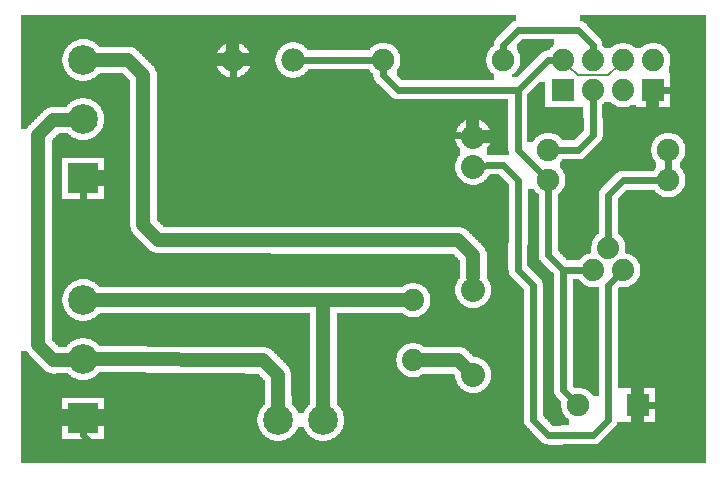
<source format=gbl>
G04 MADE WITH FRITZING*
G04 WWW.FRITZING.ORG*
G04 DOUBLE SIDED*
G04 HOLES PLATED*
G04 CONTOUR ON CENTER OF CONTOUR VECTOR*
%ASAXBY*%
%FSLAX23Y23*%
%MOIN*%
%OFA0B0*%
%SFA1.0B1.0*%
%ADD10C,0.075000*%
%ADD11C,0.074000*%
%ADD12C,0.080000*%
%ADD13C,0.099055*%
%ADD14C,0.078000*%
%ADD15C,0.074472*%
%ADD16R,0.074472X0.074108*%
%ADD17R,0.099055X0.099055*%
%ADD18R,0.075000X0.075000*%
%ADD19C,0.024000*%
%ADD20C,0.048000*%
%ADD21C,0.008000*%
%LNCOPPER0*%
G90*
G70*
G54D10*
X1326Y1467D03*
G54D11*
X1947Y684D03*
X1997Y759D03*
X2047Y684D03*
G54D12*
X1547Y334D03*
X1547Y617D03*
X1547Y1028D03*
X1547Y1128D03*
G54D11*
X1347Y584D03*
X1347Y384D03*
G54D13*
X1047Y184D03*
X897Y184D03*
G54D14*
X947Y1384D03*
X747Y1384D03*
G54D15*
X2147Y1284D03*
X2147Y1384D03*
X2047Y1284D03*
X2047Y1384D03*
X1946Y1284D03*
X1946Y1384D03*
X1846Y1284D03*
X1846Y1384D03*
G54D10*
X2197Y984D03*
X1797Y984D03*
X1797Y1084D03*
X2197Y1084D03*
G54D13*
X247Y190D03*
X247Y387D03*
X247Y584D03*
X247Y990D03*
X247Y1187D03*
X247Y1384D03*
G54D10*
X1247Y1384D03*
X1647Y1384D03*
X2097Y234D03*
X1897Y234D03*
G54D16*
X2147Y1284D03*
X1846Y1284D03*
G54D17*
X247Y190D03*
X247Y990D03*
G54D18*
X2097Y234D03*
G54D19*
X2169Y984D02*
X2047Y983D01*
D02*
X2047Y983D02*
X1998Y934D01*
D02*
X1998Y934D02*
X1998Y786D01*
D02*
X1848Y684D02*
X1920Y684D01*
D02*
X1797Y734D02*
X1848Y684D01*
D02*
X1848Y684D02*
X1848Y283D01*
D02*
X1797Y955D02*
X1797Y734D01*
D02*
X1848Y283D02*
X1877Y254D01*
G54D20*
D02*
X1548Y661D02*
X1548Y733D01*
D02*
X1548Y733D02*
X1498Y783D01*
D02*
X1498Y783D02*
X497Y785D01*
D02*
X497Y785D02*
X448Y834D01*
D02*
X448Y834D02*
X448Y1333D01*
D02*
X448Y1333D02*
X397Y1384D01*
D02*
X397Y1384D02*
X299Y1384D01*
G54D19*
D02*
X978Y1384D02*
X1219Y1384D01*
D02*
X1946Y1415D02*
X1947Y1433D01*
D02*
X1947Y1433D02*
X1897Y1485D01*
D02*
X1897Y1485D02*
X1697Y1485D01*
D02*
X1697Y1485D02*
X1648Y1433D01*
D02*
X1648Y1433D02*
X1648Y1413D01*
G54D20*
D02*
X1048Y584D02*
X299Y584D01*
D02*
X1048Y584D02*
X1048Y236D01*
D02*
X1310Y584D02*
X1048Y584D01*
D02*
X147Y1184D02*
X196Y1185D01*
D02*
X98Y1135D02*
X147Y1184D01*
D02*
X98Y435D02*
X98Y1135D01*
D02*
X147Y383D02*
X98Y435D01*
D02*
X196Y385D02*
X147Y383D01*
G54D19*
D02*
X1580Y1032D02*
X1597Y1034D01*
D02*
X1597Y1034D02*
X1647Y1034D01*
D02*
X1647Y1034D02*
X1697Y984D01*
D02*
X1697Y984D02*
X1697Y684D01*
D02*
X1697Y684D02*
X1748Y633D01*
D02*
X1748Y633D02*
X1748Y185D01*
D02*
X1748Y185D02*
X1797Y134D01*
D02*
X1797Y134D02*
X1947Y134D01*
D02*
X1947Y134D02*
X1997Y184D01*
D02*
X1997Y184D02*
X1997Y634D01*
D02*
X1997Y634D02*
X2028Y665D01*
G54D21*
D02*
X1897Y1334D02*
X1864Y1366D01*
D02*
X1997Y1334D02*
X1897Y1334D01*
D02*
X2029Y1366D02*
X1997Y1334D01*
G54D19*
D02*
X1814Y1384D02*
X1797Y1384D01*
D02*
X1797Y1384D02*
X1697Y1284D01*
D02*
X1697Y1284D02*
X1298Y1284D01*
D02*
X1298Y1284D02*
X1247Y1333D01*
D02*
X1697Y1284D02*
X1697Y1083D01*
D02*
X1247Y1333D02*
X1247Y1355D01*
D02*
X1697Y1083D02*
X1777Y1004D01*
G54D20*
D02*
X847Y383D02*
X299Y387D01*
D02*
X897Y334D02*
X847Y383D01*
D02*
X897Y236D02*
X897Y334D01*
G54D19*
D02*
X1648Y484D02*
X1498Y484D01*
D02*
X1498Y484D02*
X1447Y535D01*
D02*
X1648Y484D02*
X1647Y834D01*
D02*
X1447Y535D02*
X1447Y633D01*
D02*
X1647Y834D02*
X1597Y884D01*
D02*
X1648Y85D02*
X1648Y484D01*
D02*
X1447Y633D02*
X1398Y684D01*
D02*
X1597Y884D02*
X1397Y884D01*
D02*
X1648Y85D02*
X297Y83D01*
D02*
X1398Y684D02*
X448Y684D01*
D02*
X1397Y884D02*
X797Y884D01*
D02*
X297Y83D02*
X248Y134D01*
D02*
X2247Y85D02*
X1648Y85D01*
D02*
X448Y684D02*
X397Y733D01*
D02*
X797Y884D02*
X747Y934D01*
D02*
X1397Y884D02*
X1397Y1084D01*
D02*
X248Y134D02*
X248Y150D01*
D02*
X2297Y134D02*
X2247Y85D01*
D02*
X397Y733D02*
X297Y733D01*
D02*
X747Y934D02*
X747Y1354D01*
D02*
X1397Y1084D02*
X1447Y1134D01*
D02*
X2297Y234D02*
X2297Y134D01*
D02*
X297Y733D02*
X248Y785D01*
D02*
X1447Y1134D02*
X1497Y1134D01*
D02*
X2297Y234D02*
X2126Y234D01*
D02*
X248Y785D02*
X248Y950D01*
D02*
X1497Y1134D02*
X1515Y1132D01*
D02*
X2297Y1235D02*
X2297Y234D01*
D02*
X2247Y1284D02*
X2297Y1235D01*
D02*
X2179Y1284D02*
X2247Y1284D01*
D02*
X2197Y1055D02*
X2197Y1013D01*
G54D20*
D02*
X1517Y365D02*
X1498Y383D01*
D02*
X1498Y383D02*
X1385Y384D01*
G54D19*
D02*
X1897Y1084D02*
X1826Y1084D01*
D02*
X1947Y1134D02*
X1897Y1084D01*
D02*
X1946Y1253D02*
X1947Y1134D01*
G36*
X1710Y1453D02*
X1710Y1451D01*
X1708Y1451D01*
X1708Y1449D01*
X1706Y1449D01*
X1706Y1447D01*
X1704Y1447D01*
X1704Y1445D01*
X1702Y1445D01*
X1702Y1443D01*
X1700Y1443D01*
X1700Y1441D01*
X1698Y1441D01*
X1698Y1439D01*
X1696Y1439D01*
X1696Y1437D01*
X1694Y1437D01*
X1694Y1417D01*
X1696Y1417D01*
X1696Y1413D01*
X1698Y1413D01*
X1698Y1409D01*
X1700Y1409D01*
X1700Y1405D01*
X1702Y1405D01*
X1702Y1399D01*
X1704Y1399D01*
X1704Y1369D01*
X1702Y1369D01*
X1702Y1363D01*
X1700Y1363D01*
X1700Y1359D01*
X1698Y1359D01*
X1698Y1355D01*
X1696Y1355D01*
X1696Y1353D01*
X1694Y1353D01*
X1694Y1349D01*
X1692Y1349D01*
X1692Y1347D01*
X1690Y1347D01*
X1690Y1345D01*
X1688Y1345D01*
X1688Y1343D01*
X1686Y1343D01*
X1686Y1341D01*
X1684Y1341D01*
X1684Y1339D01*
X1682Y1339D01*
X1682Y1337D01*
X1678Y1337D01*
X1678Y1329D01*
X1698Y1329D01*
X1698Y1331D01*
X1700Y1331D01*
X1700Y1333D01*
X1702Y1333D01*
X1702Y1335D01*
X1704Y1335D01*
X1704Y1337D01*
X1706Y1337D01*
X1706Y1339D01*
X1708Y1339D01*
X1708Y1341D01*
X1710Y1341D01*
X1710Y1343D01*
X1712Y1343D01*
X1712Y1345D01*
X1714Y1345D01*
X1714Y1347D01*
X1716Y1347D01*
X1716Y1349D01*
X1718Y1349D01*
X1718Y1351D01*
X1720Y1351D01*
X1720Y1353D01*
X1722Y1353D01*
X1722Y1355D01*
X1724Y1355D01*
X1724Y1357D01*
X1726Y1357D01*
X1726Y1359D01*
X1728Y1359D01*
X1728Y1361D01*
X1730Y1361D01*
X1730Y1363D01*
X1732Y1363D01*
X1732Y1365D01*
X1734Y1365D01*
X1734Y1367D01*
X1736Y1367D01*
X1736Y1369D01*
X1738Y1369D01*
X1738Y1371D01*
X1740Y1371D01*
X1740Y1373D01*
X1742Y1373D01*
X1742Y1375D01*
X1744Y1375D01*
X1744Y1377D01*
X1746Y1377D01*
X1746Y1379D01*
X1748Y1379D01*
X1748Y1381D01*
X1750Y1381D01*
X1750Y1383D01*
X1752Y1383D01*
X1752Y1385D01*
X1754Y1385D01*
X1754Y1387D01*
X1756Y1387D01*
X1756Y1389D01*
X1758Y1389D01*
X1758Y1391D01*
X1760Y1391D01*
X1760Y1393D01*
X1762Y1393D01*
X1762Y1395D01*
X1764Y1395D01*
X1764Y1397D01*
X1766Y1397D01*
X1766Y1399D01*
X1768Y1399D01*
X1768Y1401D01*
X1770Y1401D01*
X1770Y1403D01*
X1772Y1403D01*
X1772Y1405D01*
X1774Y1405D01*
X1774Y1407D01*
X1776Y1407D01*
X1776Y1409D01*
X1778Y1409D01*
X1778Y1411D01*
X1782Y1411D01*
X1782Y1413D01*
X1784Y1413D01*
X1784Y1415D01*
X1792Y1415D01*
X1792Y1417D01*
X1800Y1417D01*
X1800Y1419D01*
X1802Y1419D01*
X1802Y1423D01*
X1804Y1423D01*
X1804Y1425D01*
X1806Y1425D01*
X1806Y1427D01*
X1810Y1427D01*
X1810Y1429D01*
X1812Y1429D01*
X1812Y1431D01*
X1814Y1431D01*
X1814Y1433D01*
X1818Y1433D01*
X1818Y1453D01*
X1710Y1453D01*
G37*
D02*
G36*
X1768Y1311D02*
X1768Y1309D01*
X1766Y1309D01*
X1766Y1307D01*
X1764Y1307D01*
X1764Y1305D01*
X1762Y1305D01*
X1762Y1303D01*
X1760Y1303D01*
X1760Y1301D01*
X1758Y1301D01*
X1758Y1299D01*
X1756Y1299D01*
X1756Y1297D01*
X1754Y1297D01*
X1754Y1295D01*
X1752Y1295D01*
X1752Y1293D01*
X1750Y1293D01*
X1750Y1291D01*
X1748Y1291D01*
X1748Y1289D01*
X1746Y1289D01*
X1746Y1287D01*
X1744Y1287D01*
X1744Y1285D01*
X1742Y1285D01*
X1742Y1283D01*
X1740Y1283D01*
X1740Y1281D01*
X1738Y1281D01*
X1738Y1279D01*
X1736Y1279D01*
X1736Y1277D01*
X1734Y1277D01*
X1734Y1275D01*
X1732Y1275D01*
X1732Y1273D01*
X1730Y1273D01*
X1730Y1271D01*
X1728Y1271D01*
X1728Y1141D01*
X1810Y1141D01*
X1810Y1139D01*
X1818Y1139D01*
X1818Y1137D01*
X1822Y1137D01*
X1822Y1135D01*
X1826Y1135D01*
X1826Y1133D01*
X1830Y1133D01*
X1830Y1131D01*
X1832Y1131D01*
X1832Y1129D01*
X1834Y1129D01*
X1834Y1127D01*
X1836Y1127D01*
X1836Y1125D01*
X1838Y1125D01*
X1838Y1123D01*
X1840Y1123D01*
X1840Y1121D01*
X1842Y1121D01*
X1842Y1119D01*
X1844Y1119D01*
X1844Y1117D01*
X1886Y1117D01*
X1886Y1119D01*
X1888Y1119D01*
X1888Y1121D01*
X1890Y1121D01*
X1890Y1123D01*
X1892Y1123D01*
X1892Y1125D01*
X1894Y1125D01*
X1894Y1127D01*
X1896Y1127D01*
X1896Y1129D01*
X1898Y1129D01*
X1898Y1131D01*
X1900Y1131D01*
X1900Y1133D01*
X1902Y1133D01*
X1902Y1135D01*
X1904Y1135D01*
X1904Y1137D01*
X1906Y1137D01*
X1906Y1139D01*
X1908Y1139D01*
X1908Y1141D01*
X1910Y1141D01*
X1910Y1143D01*
X1912Y1143D01*
X1912Y1145D01*
X1914Y1145D01*
X1914Y1147D01*
X1916Y1147D01*
X1916Y1191D01*
X1914Y1191D01*
X1914Y1227D01*
X1788Y1227D01*
X1788Y1311D01*
X1768Y1311D01*
G37*
D02*
G36*
X1728Y1141D02*
X1728Y1111D01*
X1748Y1111D01*
X1748Y1115D01*
X1750Y1115D01*
X1750Y1117D01*
X1752Y1117D01*
X1752Y1121D01*
X1754Y1121D01*
X1754Y1123D01*
X1756Y1123D01*
X1756Y1125D01*
X1758Y1125D01*
X1758Y1127D01*
X1760Y1127D01*
X1760Y1129D01*
X1764Y1129D01*
X1764Y1131D01*
X1766Y1131D01*
X1766Y1133D01*
X1770Y1133D01*
X1770Y1135D01*
X1772Y1135D01*
X1772Y1137D01*
X1778Y1137D01*
X1778Y1139D01*
X1784Y1139D01*
X1784Y1141D01*
X1728Y1141D01*
G37*
D02*
G36*
X1730Y953D02*
X1730Y769D01*
X1728Y769D01*
X1728Y697D01*
X1730Y697D01*
X1730Y695D01*
X1732Y695D01*
X1732Y693D01*
X1734Y693D01*
X1734Y691D01*
X1736Y691D01*
X1736Y689D01*
X1738Y689D01*
X1738Y687D01*
X1740Y687D01*
X1740Y685D01*
X1742Y685D01*
X1742Y683D01*
X1744Y683D01*
X1744Y681D01*
X1746Y681D01*
X1746Y679D01*
X1748Y679D01*
X1748Y677D01*
X1750Y677D01*
X1750Y675D01*
X1752Y675D01*
X1752Y673D01*
X1754Y673D01*
X1754Y671D01*
X1756Y671D01*
X1756Y669D01*
X1758Y669D01*
X1758Y667D01*
X1760Y667D01*
X1760Y665D01*
X1762Y665D01*
X1762Y663D01*
X1764Y663D01*
X1764Y661D01*
X1766Y661D01*
X1766Y659D01*
X1768Y659D01*
X1768Y657D01*
X1770Y657D01*
X1770Y655D01*
X1772Y655D01*
X1772Y653D01*
X1774Y653D01*
X1774Y651D01*
X1776Y651D01*
X1776Y647D01*
X1778Y647D01*
X1778Y641D01*
X1780Y641D01*
X1780Y197D01*
X1782Y197D01*
X1782Y195D01*
X1784Y195D01*
X1784Y193D01*
X1786Y193D01*
X1786Y191D01*
X1788Y191D01*
X1788Y189D01*
X1790Y189D01*
X1790Y187D01*
X1792Y187D01*
X1792Y185D01*
X1794Y185D01*
X1794Y183D01*
X1796Y183D01*
X1796Y181D01*
X1798Y181D01*
X1798Y179D01*
X1800Y179D01*
X1800Y177D01*
X1802Y177D01*
X1802Y173D01*
X1804Y173D01*
X1804Y171D01*
X1806Y171D01*
X1806Y169D01*
X1808Y169D01*
X1808Y167D01*
X1810Y167D01*
X1810Y165D01*
X1840Y165D01*
X1840Y167D01*
X1866Y167D01*
X1866Y187D01*
X1864Y187D01*
X1864Y189D01*
X1862Y189D01*
X1862Y191D01*
X1858Y191D01*
X1858Y193D01*
X1856Y193D01*
X1856Y195D01*
X1854Y195D01*
X1854Y199D01*
X1852Y199D01*
X1852Y201D01*
X1850Y201D01*
X1850Y203D01*
X1848Y203D01*
X1848Y207D01*
X1846Y207D01*
X1846Y211D01*
X1844Y211D01*
X1844Y217D01*
X1842Y217D01*
X1842Y225D01*
X1840Y225D01*
X1840Y247D01*
X1838Y247D01*
X1838Y249D01*
X1836Y249D01*
X1836Y251D01*
X1834Y251D01*
X1834Y253D01*
X1832Y253D01*
X1832Y255D01*
X1830Y255D01*
X1830Y257D01*
X1828Y257D01*
X1828Y259D01*
X1826Y259D01*
X1826Y261D01*
X1824Y261D01*
X1824Y263D01*
X1822Y263D01*
X1822Y267D01*
X1820Y267D01*
X1820Y271D01*
X1818Y271D01*
X1818Y277D01*
X1816Y277D01*
X1816Y673D01*
X1814Y673D01*
X1814Y675D01*
X1812Y675D01*
X1812Y677D01*
X1810Y677D01*
X1810Y679D01*
X1808Y679D01*
X1808Y681D01*
X1804Y681D01*
X1804Y683D01*
X1802Y683D01*
X1802Y685D01*
X1800Y685D01*
X1800Y687D01*
X1798Y687D01*
X1798Y689D01*
X1796Y689D01*
X1796Y691D01*
X1794Y691D01*
X1794Y693D01*
X1792Y693D01*
X1792Y695D01*
X1790Y695D01*
X1790Y697D01*
X1788Y697D01*
X1788Y699D01*
X1786Y699D01*
X1786Y701D01*
X1784Y701D01*
X1784Y703D01*
X1782Y703D01*
X1782Y705D01*
X1780Y705D01*
X1780Y707D01*
X1778Y707D01*
X1778Y709D01*
X1776Y709D01*
X1776Y711D01*
X1774Y711D01*
X1774Y713D01*
X1772Y713D01*
X1772Y717D01*
X1770Y717D01*
X1770Y719D01*
X1768Y719D01*
X1768Y725D01*
X1766Y725D01*
X1766Y937D01*
X1764Y937D01*
X1764Y939D01*
X1762Y939D01*
X1762Y941D01*
X1758Y941D01*
X1758Y943D01*
X1756Y943D01*
X1756Y945D01*
X1754Y945D01*
X1754Y949D01*
X1752Y949D01*
X1752Y951D01*
X1750Y951D01*
X1750Y953D01*
X1730Y953D01*
G37*
D02*
G36*
X1880Y653D02*
X1880Y295D01*
X1882Y295D01*
X1882Y293D01*
X1884Y293D01*
X1884Y291D01*
X1910Y291D01*
X1910Y289D01*
X1918Y289D01*
X1918Y287D01*
X1922Y287D01*
X1922Y285D01*
X1926Y285D01*
X1926Y283D01*
X1930Y283D01*
X1930Y281D01*
X1932Y281D01*
X1932Y279D01*
X1934Y279D01*
X1934Y277D01*
X1936Y277D01*
X1936Y275D01*
X1938Y275D01*
X1938Y273D01*
X1940Y273D01*
X1940Y271D01*
X1942Y271D01*
X1942Y269D01*
X1944Y269D01*
X1944Y267D01*
X1946Y267D01*
X1946Y263D01*
X1966Y263D01*
X1966Y627D01*
X1938Y627D01*
X1938Y629D01*
X1930Y629D01*
X1930Y631D01*
X1924Y631D01*
X1924Y633D01*
X1920Y633D01*
X1920Y635D01*
X1918Y635D01*
X1918Y637D01*
X1914Y637D01*
X1914Y639D01*
X1912Y639D01*
X1912Y641D01*
X1910Y641D01*
X1910Y643D01*
X1908Y643D01*
X1908Y645D01*
X1906Y645D01*
X1906Y647D01*
X1904Y647D01*
X1904Y649D01*
X1902Y649D01*
X1902Y651D01*
X1900Y651D01*
X1900Y653D01*
X1880Y653D01*
G37*
D02*
G36*
X40Y1535D02*
X40Y1453D01*
X262Y1453D01*
X262Y1451D01*
X270Y1451D01*
X270Y1449D01*
X274Y1449D01*
X274Y1447D01*
X280Y1447D01*
X280Y1445D01*
X282Y1445D01*
X282Y1443D01*
X958Y1443D01*
X958Y1441D01*
X1260Y1441D01*
X1260Y1439D01*
X1268Y1439D01*
X1268Y1437D01*
X1272Y1437D01*
X1272Y1435D01*
X1276Y1435D01*
X1276Y1433D01*
X1280Y1433D01*
X1280Y1431D01*
X1282Y1431D01*
X1282Y1429D01*
X1284Y1429D01*
X1284Y1427D01*
X1286Y1427D01*
X1286Y1425D01*
X1288Y1425D01*
X1288Y1423D01*
X1290Y1423D01*
X1290Y1421D01*
X1292Y1421D01*
X1292Y1419D01*
X1294Y1419D01*
X1294Y1417D01*
X1296Y1417D01*
X1296Y1413D01*
X1298Y1413D01*
X1298Y1409D01*
X1300Y1409D01*
X1300Y1405D01*
X1302Y1405D01*
X1302Y1399D01*
X1304Y1399D01*
X1304Y1369D01*
X1302Y1369D01*
X1302Y1363D01*
X1300Y1363D01*
X1300Y1359D01*
X1298Y1359D01*
X1298Y1355D01*
X1296Y1355D01*
X1296Y1353D01*
X1294Y1353D01*
X1294Y1331D01*
X1296Y1331D01*
X1296Y1329D01*
X1298Y1329D01*
X1298Y1327D01*
X1300Y1327D01*
X1300Y1325D01*
X1302Y1325D01*
X1302Y1323D01*
X1304Y1323D01*
X1304Y1321D01*
X1306Y1321D01*
X1306Y1319D01*
X1308Y1319D01*
X1308Y1317D01*
X1616Y1317D01*
X1616Y1337D01*
X1614Y1337D01*
X1614Y1339D01*
X1612Y1339D01*
X1612Y1341D01*
X1608Y1341D01*
X1608Y1343D01*
X1606Y1343D01*
X1606Y1345D01*
X1604Y1345D01*
X1604Y1349D01*
X1602Y1349D01*
X1602Y1351D01*
X1600Y1351D01*
X1600Y1353D01*
X1598Y1353D01*
X1598Y1357D01*
X1596Y1357D01*
X1596Y1361D01*
X1594Y1361D01*
X1594Y1367D01*
X1592Y1367D01*
X1592Y1375D01*
X1590Y1375D01*
X1590Y1393D01*
X1592Y1393D01*
X1592Y1403D01*
X1594Y1403D01*
X1594Y1407D01*
X1596Y1407D01*
X1596Y1411D01*
X1598Y1411D01*
X1598Y1415D01*
X1600Y1415D01*
X1600Y1417D01*
X1602Y1417D01*
X1602Y1421D01*
X1604Y1421D01*
X1604Y1423D01*
X1606Y1423D01*
X1606Y1425D01*
X1608Y1425D01*
X1608Y1427D01*
X1610Y1427D01*
X1610Y1429D01*
X1614Y1429D01*
X1614Y1431D01*
X1616Y1431D01*
X1616Y1443D01*
X1618Y1443D01*
X1618Y1447D01*
X1620Y1447D01*
X1620Y1451D01*
X1622Y1451D01*
X1622Y1453D01*
X1624Y1453D01*
X1624Y1457D01*
X1626Y1457D01*
X1626Y1459D01*
X1628Y1459D01*
X1628Y1461D01*
X1630Y1461D01*
X1630Y1463D01*
X1632Y1463D01*
X1632Y1465D01*
X1634Y1465D01*
X1634Y1467D01*
X1636Y1467D01*
X1636Y1469D01*
X1638Y1469D01*
X1638Y1471D01*
X1640Y1471D01*
X1640Y1473D01*
X1642Y1473D01*
X1642Y1475D01*
X1644Y1475D01*
X1644Y1477D01*
X1646Y1477D01*
X1646Y1479D01*
X1648Y1479D01*
X1648Y1481D01*
X1650Y1481D01*
X1650Y1483D01*
X1652Y1483D01*
X1652Y1485D01*
X1654Y1485D01*
X1654Y1487D01*
X1656Y1487D01*
X1656Y1489D01*
X1658Y1489D01*
X1658Y1491D01*
X1660Y1491D01*
X1660Y1493D01*
X1662Y1493D01*
X1662Y1495D01*
X1664Y1495D01*
X1664Y1497D01*
X1666Y1497D01*
X1666Y1499D01*
X1668Y1499D01*
X1668Y1501D01*
X1670Y1501D01*
X1670Y1505D01*
X1672Y1505D01*
X1672Y1507D01*
X1674Y1507D01*
X1674Y1509D01*
X1678Y1509D01*
X1678Y1511D01*
X1680Y1511D01*
X1680Y1513D01*
X1684Y1513D01*
X1684Y1515D01*
X1690Y1515D01*
X1690Y1535D01*
X40Y1535D01*
G37*
D02*
G36*
X1904Y1535D02*
X1904Y1515D01*
X1910Y1515D01*
X1910Y1513D01*
X1914Y1513D01*
X1914Y1511D01*
X1916Y1511D01*
X1916Y1509D01*
X1920Y1509D01*
X1920Y1507D01*
X1922Y1507D01*
X1922Y1505D01*
X1924Y1505D01*
X1924Y1503D01*
X1926Y1503D01*
X1926Y1501D01*
X1928Y1501D01*
X1928Y1499D01*
X1930Y1499D01*
X1930Y1495D01*
X1932Y1495D01*
X1932Y1493D01*
X1934Y1493D01*
X1934Y1491D01*
X1936Y1491D01*
X1936Y1489D01*
X1938Y1489D01*
X1938Y1487D01*
X1940Y1487D01*
X1940Y1485D01*
X1942Y1485D01*
X1942Y1483D01*
X1944Y1483D01*
X1944Y1481D01*
X1946Y1481D01*
X1946Y1479D01*
X1948Y1479D01*
X1948Y1477D01*
X1950Y1477D01*
X1950Y1475D01*
X1952Y1475D01*
X1952Y1473D01*
X1954Y1473D01*
X1954Y1471D01*
X1956Y1471D01*
X1956Y1469D01*
X1958Y1469D01*
X1958Y1467D01*
X1960Y1467D01*
X1960Y1465D01*
X1962Y1465D01*
X1962Y1463D01*
X1964Y1463D01*
X1964Y1461D01*
X1966Y1461D01*
X1966Y1459D01*
X1968Y1459D01*
X1968Y1457D01*
X1970Y1457D01*
X1970Y1453D01*
X1972Y1453D01*
X1972Y1451D01*
X1974Y1451D01*
X1974Y1447D01*
X1976Y1447D01*
X1976Y1443D01*
X1978Y1443D01*
X1978Y1441D01*
X2160Y1441D01*
X2160Y1439D01*
X2166Y1439D01*
X2166Y1437D01*
X2172Y1437D01*
X2172Y1435D01*
X2176Y1435D01*
X2176Y1433D01*
X2178Y1433D01*
X2178Y1431D01*
X2182Y1431D01*
X2182Y1429D01*
X2184Y1429D01*
X2184Y1427D01*
X2186Y1427D01*
X2186Y1425D01*
X2188Y1425D01*
X2188Y1423D01*
X2190Y1423D01*
X2190Y1421D01*
X2192Y1421D01*
X2192Y1419D01*
X2194Y1419D01*
X2194Y1415D01*
X2196Y1415D01*
X2196Y1413D01*
X2198Y1413D01*
X2198Y1409D01*
X2200Y1409D01*
X2200Y1405D01*
X2202Y1405D01*
X2202Y1397D01*
X2204Y1397D01*
X2204Y1371D01*
X2202Y1371D01*
X2202Y1365D01*
X2200Y1365D01*
X2200Y1341D01*
X2204Y1341D01*
X2204Y1227D01*
X2322Y1227D01*
X2322Y1535D01*
X1904Y1535D01*
G37*
D02*
G36*
X40Y1453D02*
X40Y1315D01*
X234Y1315D01*
X234Y1317D01*
X226Y1317D01*
X226Y1319D01*
X220Y1319D01*
X220Y1321D01*
X216Y1321D01*
X216Y1323D01*
X212Y1323D01*
X212Y1325D01*
X210Y1325D01*
X210Y1327D01*
X206Y1327D01*
X206Y1329D01*
X204Y1329D01*
X204Y1331D01*
X202Y1331D01*
X202Y1333D01*
X200Y1333D01*
X200Y1335D01*
X198Y1335D01*
X198Y1337D01*
X196Y1337D01*
X196Y1339D01*
X194Y1339D01*
X194Y1341D01*
X192Y1341D01*
X192Y1343D01*
X190Y1343D01*
X190Y1347D01*
X188Y1347D01*
X188Y1351D01*
X186Y1351D01*
X186Y1353D01*
X184Y1353D01*
X184Y1359D01*
X182Y1359D01*
X182Y1365D01*
X180Y1365D01*
X180Y1373D01*
X178Y1373D01*
X178Y1395D01*
X180Y1395D01*
X180Y1405D01*
X182Y1405D01*
X182Y1409D01*
X184Y1409D01*
X184Y1415D01*
X186Y1415D01*
X186Y1419D01*
X188Y1419D01*
X188Y1421D01*
X190Y1421D01*
X190Y1425D01*
X192Y1425D01*
X192Y1427D01*
X194Y1427D01*
X194Y1429D01*
X196Y1429D01*
X196Y1431D01*
X198Y1431D01*
X198Y1433D01*
X200Y1433D01*
X200Y1435D01*
X202Y1435D01*
X202Y1437D01*
X204Y1437D01*
X204Y1439D01*
X206Y1439D01*
X206Y1441D01*
X210Y1441D01*
X210Y1443D01*
X212Y1443D01*
X212Y1445D01*
X216Y1445D01*
X216Y1447D01*
X220Y1447D01*
X220Y1449D01*
X226Y1449D01*
X226Y1451D01*
X234Y1451D01*
X234Y1453D01*
X40Y1453D01*
G37*
D02*
G36*
X286Y1443D02*
X286Y1441D01*
X288Y1441D01*
X288Y1439D01*
X292Y1439D01*
X292Y1437D01*
X294Y1437D01*
X294Y1435D01*
X296Y1435D01*
X296Y1433D01*
X298Y1433D01*
X298Y1431D01*
X300Y1431D01*
X300Y1429D01*
X404Y1429D01*
X404Y1427D01*
X412Y1427D01*
X412Y1425D01*
X416Y1425D01*
X416Y1423D01*
X420Y1423D01*
X420Y1421D01*
X422Y1421D01*
X422Y1419D01*
X426Y1419D01*
X426Y1417D01*
X428Y1417D01*
X428Y1415D01*
X430Y1415D01*
X430Y1413D01*
X432Y1413D01*
X432Y1411D01*
X434Y1411D01*
X434Y1409D01*
X436Y1409D01*
X436Y1407D01*
X438Y1407D01*
X438Y1405D01*
X440Y1405D01*
X440Y1403D01*
X442Y1403D01*
X442Y1401D01*
X444Y1401D01*
X444Y1399D01*
X446Y1399D01*
X446Y1397D01*
X448Y1397D01*
X448Y1395D01*
X450Y1395D01*
X450Y1393D01*
X452Y1393D01*
X452Y1391D01*
X454Y1391D01*
X454Y1389D01*
X456Y1389D01*
X456Y1387D01*
X458Y1387D01*
X458Y1385D01*
X460Y1385D01*
X460Y1383D01*
X462Y1383D01*
X462Y1381D01*
X464Y1381D01*
X464Y1379D01*
X466Y1379D01*
X466Y1377D01*
X468Y1377D01*
X468Y1375D01*
X470Y1375D01*
X470Y1373D01*
X472Y1373D01*
X472Y1371D01*
X474Y1371D01*
X474Y1369D01*
X476Y1369D01*
X476Y1367D01*
X478Y1367D01*
X478Y1365D01*
X480Y1365D01*
X480Y1363D01*
X482Y1363D01*
X482Y1361D01*
X484Y1361D01*
X484Y1357D01*
X486Y1357D01*
X486Y1353D01*
X488Y1353D01*
X488Y1349D01*
X490Y1349D01*
X490Y1343D01*
X492Y1343D01*
X492Y1325D01*
X738Y1325D01*
X738Y1327D01*
X730Y1327D01*
X730Y1329D01*
X724Y1329D01*
X724Y1331D01*
X720Y1331D01*
X720Y1333D01*
X716Y1333D01*
X716Y1335D01*
X714Y1335D01*
X714Y1337D01*
X712Y1337D01*
X712Y1339D01*
X708Y1339D01*
X708Y1341D01*
X706Y1341D01*
X706Y1343D01*
X704Y1343D01*
X704Y1345D01*
X702Y1345D01*
X702Y1349D01*
X700Y1349D01*
X700Y1351D01*
X698Y1351D01*
X698Y1353D01*
X696Y1353D01*
X696Y1357D01*
X694Y1357D01*
X694Y1361D01*
X692Y1361D01*
X692Y1367D01*
X690Y1367D01*
X690Y1377D01*
X688Y1377D01*
X688Y1391D01*
X690Y1391D01*
X690Y1401D01*
X692Y1401D01*
X692Y1407D01*
X694Y1407D01*
X694Y1411D01*
X696Y1411D01*
X696Y1415D01*
X698Y1415D01*
X698Y1417D01*
X700Y1417D01*
X700Y1419D01*
X702Y1419D01*
X702Y1423D01*
X704Y1423D01*
X704Y1425D01*
X706Y1425D01*
X706Y1427D01*
X708Y1427D01*
X708Y1429D01*
X710Y1429D01*
X710Y1431D01*
X714Y1431D01*
X714Y1433D01*
X716Y1433D01*
X716Y1435D01*
X720Y1435D01*
X720Y1437D01*
X724Y1437D01*
X724Y1439D01*
X728Y1439D01*
X728Y1441D01*
X736Y1441D01*
X736Y1443D01*
X286Y1443D01*
G37*
D02*
G36*
X758Y1443D02*
X758Y1441D01*
X766Y1441D01*
X766Y1439D01*
X772Y1439D01*
X772Y1437D01*
X776Y1437D01*
X776Y1435D01*
X778Y1435D01*
X778Y1433D01*
X782Y1433D01*
X782Y1431D01*
X784Y1431D01*
X784Y1429D01*
X786Y1429D01*
X786Y1427D01*
X788Y1427D01*
X788Y1425D01*
X790Y1425D01*
X790Y1423D01*
X792Y1423D01*
X792Y1421D01*
X794Y1421D01*
X794Y1419D01*
X796Y1419D01*
X796Y1415D01*
X798Y1415D01*
X798Y1413D01*
X800Y1413D01*
X800Y1409D01*
X802Y1409D01*
X802Y1403D01*
X804Y1403D01*
X804Y1397D01*
X806Y1397D01*
X806Y1371D01*
X804Y1371D01*
X804Y1365D01*
X802Y1365D01*
X802Y1359D01*
X800Y1359D01*
X800Y1355D01*
X798Y1355D01*
X798Y1353D01*
X796Y1353D01*
X796Y1349D01*
X794Y1349D01*
X794Y1347D01*
X792Y1347D01*
X792Y1345D01*
X790Y1345D01*
X790Y1343D01*
X788Y1343D01*
X788Y1341D01*
X786Y1341D01*
X786Y1339D01*
X784Y1339D01*
X784Y1337D01*
X782Y1337D01*
X782Y1335D01*
X778Y1335D01*
X778Y1333D01*
X774Y1333D01*
X774Y1331D01*
X770Y1331D01*
X770Y1329D01*
X766Y1329D01*
X766Y1327D01*
X756Y1327D01*
X756Y1325D01*
X938Y1325D01*
X938Y1327D01*
X930Y1327D01*
X930Y1329D01*
X924Y1329D01*
X924Y1331D01*
X920Y1331D01*
X920Y1333D01*
X916Y1333D01*
X916Y1335D01*
X914Y1335D01*
X914Y1337D01*
X912Y1337D01*
X912Y1339D01*
X908Y1339D01*
X908Y1341D01*
X906Y1341D01*
X906Y1343D01*
X904Y1343D01*
X904Y1345D01*
X902Y1345D01*
X902Y1349D01*
X900Y1349D01*
X900Y1351D01*
X898Y1351D01*
X898Y1353D01*
X896Y1353D01*
X896Y1357D01*
X894Y1357D01*
X894Y1361D01*
X892Y1361D01*
X892Y1367D01*
X890Y1367D01*
X890Y1377D01*
X888Y1377D01*
X888Y1391D01*
X890Y1391D01*
X890Y1401D01*
X892Y1401D01*
X892Y1407D01*
X894Y1407D01*
X894Y1411D01*
X896Y1411D01*
X896Y1415D01*
X898Y1415D01*
X898Y1417D01*
X900Y1417D01*
X900Y1419D01*
X902Y1419D01*
X902Y1423D01*
X904Y1423D01*
X904Y1425D01*
X906Y1425D01*
X906Y1427D01*
X908Y1427D01*
X908Y1429D01*
X910Y1429D01*
X910Y1431D01*
X914Y1431D01*
X914Y1433D01*
X916Y1433D01*
X916Y1435D01*
X920Y1435D01*
X920Y1437D01*
X924Y1437D01*
X924Y1439D01*
X928Y1439D01*
X928Y1441D01*
X936Y1441D01*
X936Y1443D01*
X758Y1443D01*
G37*
D02*
G36*
X966Y1441D02*
X966Y1439D01*
X972Y1439D01*
X972Y1437D01*
X976Y1437D01*
X976Y1435D01*
X978Y1435D01*
X978Y1433D01*
X982Y1433D01*
X982Y1431D01*
X984Y1431D01*
X984Y1429D01*
X986Y1429D01*
X986Y1427D01*
X988Y1427D01*
X988Y1425D01*
X990Y1425D01*
X990Y1423D01*
X992Y1423D01*
X992Y1421D01*
X994Y1421D01*
X994Y1419D01*
X996Y1419D01*
X996Y1417D01*
X1202Y1417D01*
X1202Y1421D01*
X1204Y1421D01*
X1204Y1423D01*
X1206Y1423D01*
X1206Y1425D01*
X1208Y1425D01*
X1208Y1427D01*
X1210Y1427D01*
X1210Y1429D01*
X1214Y1429D01*
X1214Y1431D01*
X1216Y1431D01*
X1216Y1433D01*
X1220Y1433D01*
X1220Y1435D01*
X1222Y1435D01*
X1222Y1437D01*
X1228Y1437D01*
X1228Y1439D01*
X1234Y1439D01*
X1234Y1441D01*
X966Y1441D01*
G37*
D02*
G36*
X1978Y1441D02*
X1978Y1431D01*
X1980Y1431D01*
X1980Y1429D01*
X1982Y1429D01*
X1982Y1427D01*
X1984Y1427D01*
X1984Y1425D01*
X2008Y1425D01*
X2008Y1427D01*
X2010Y1427D01*
X2010Y1429D01*
X2014Y1429D01*
X2014Y1431D01*
X2016Y1431D01*
X2016Y1433D01*
X2018Y1433D01*
X2018Y1435D01*
X2022Y1435D01*
X2022Y1437D01*
X2028Y1437D01*
X2028Y1439D01*
X2036Y1439D01*
X2036Y1441D01*
X1978Y1441D01*
G37*
D02*
G36*
X2058Y1441D02*
X2058Y1439D01*
X2066Y1439D01*
X2066Y1437D01*
X2070Y1437D01*
X2070Y1435D01*
X2074Y1435D01*
X2074Y1433D01*
X2078Y1433D01*
X2078Y1431D01*
X2080Y1431D01*
X2080Y1429D01*
X2084Y1429D01*
X2084Y1427D01*
X2086Y1427D01*
X2086Y1425D01*
X2108Y1425D01*
X2108Y1427D01*
X2112Y1427D01*
X2112Y1429D01*
X2114Y1429D01*
X2114Y1431D01*
X2116Y1431D01*
X2116Y1433D01*
X2120Y1433D01*
X2120Y1435D01*
X2124Y1435D01*
X2124Y1437D01*
X2128Y1437D01*
X2128Y1439D01*
X2136Y1439D01*
X2136Y1441D01*
X2058Y1441D01*
G37*
D02*
G36*
X996Y1353D02*
X996Y1349D01*
X994Y1349D01*
X994Y1347D01*
X992Y1347D01*
X992Y1345D01*
X990Y1345D01*
X990Y1343D01*
X988Y1343D01*
X988Y1341D01*
X986Y1341D01*
X986Y1339D01*
X984Y1339D01*
X984Y1337D01*
X982Y1337D01*
X982Y1335D01*
X978Y1335D01*
X978Y1333D01*
X974Y1333D01*
X974Y1331D01*
X970Y1331D01*
X970Y1329D01*
X966Y1329D01*
X966Y1327D01*
X956Y1327D01*
X956Y1325D01*
X1216Y1325D01*
X1216Y1329D01*
X1214Y1329D01*
X1214Y1339D01*
X1212Y1339D01*
X1212Y1341D01*
X1208Y1341D01*
X1208Y1343D01*
X1206Y1343D01*
X1206Y1345D01*
X1204Y1345D01*
X1204Y1349D01*
X1202Y1349D01*
X1202Y1351D01*
X1200Y1351D01*
X1200Y1353D01*
X996Y1353D01*
G37*
D02*
G36*
X302Y1341D02*
X302Y1339D01*
X300Y1339D01*
X300Y1337D01*
X298Y1337D01*
X298Y1335D01*
X296Y1335D01*
X296Y1333D01*
X294Y1333D01*
X294Y1331D01*
X290Y1331D01*
X290Y1329D01*
X288Y1329D01*
X288Y1327D01*
X286Y1327D01*
X286Y1325D01*
X282Y1325D01*
X282Y1323D01*
X278Y1323D01*
X278Y1321D01*
X274Y1321D01*
X274Y1319D01*
X268Y1319D01*
X268Y1317D01*
X260Y1317D01*
X260Y1315D01*
X404Y1315D01*
X404Y1317D01*
X402Y1317D01*
X402Y1319D01*
X400Y1319D01*
X400Y1321D01*
X398Y1321D01*
X398Y1323D01*
X396Y1323D01*
X396Y1325D01*
X394Y1325D01*
X394Y1327D01*
X392Y1327D01*
X392Y1329D01*
X390Y1329D01*
X390Y1331D01*
X388Y1331D01*
X388Y1333D01*
X386Y1333D01*
X386Y1335D01*
X384Y1335D01*
X384Y1337D01*
X382Y1337D01*
X382Y1339D01*
X380Y1339D01*
X380Y1341D01*
X302Y1341D01*
G37*
D02*
G36*
X492Y1325D02*
X492Y1323D01*
X1216Y1323D01*
X1216Y1325D01*
X492Y1325D01*
G37*
D02*
G36*
X492Y1325D02*
X492Y1323D01*
X1216Y1323D01*
X1216Y1325D01*
X492Y1325D01*
G37*
D02*
G36*
X492Y1325D02*
X492Y1323D01*
X1216Y1323D01*
X1216Y1325D01*
X492Y1325D01*
G37*
D02*
G36*
X492Y1323D02*
X492Y1189D01*
X1554Y1189D01*
X1554Y1187D01*
X1564Y1187D01*
X1564Y1185D01*
X1570Y1185D01*
X1570Y1183D01*
X1574Y1183D01*
X1574Y1181D01*
X1578Y1181D01*
X1578Y1179D01*
X1582Y1179D01*
X1582Y1177D01*
X1584Y1177D01*
X1584Y1175D01*
X1586Y1175D01*
X1586Y1173D01*
X1588Y1173D01*
X1588Y1171D01*
X1590Y1171D01*
X1590Y1169D01*
X1592Y1169D01*
X1592Y1167D01*
X1594Y1167D01*
X1594Y1165D01*
X1596Y1165D01*
X1596Y1163D01*
X1598Y1163D01*
X1598Y1159D01*
X1600Y1159D01*
X1600Y1155D01*
X1602Y1155D01*
X1602Y1151D01*
X1604Y1151D01*
X1604Y1145D01*
X1606Y1145D01*
X1606Y1135D01*
X1608Y1135D01*
X1608Y1121D01*
X1606Y1121D01*
X1606Y1113D01*
X1604Y1113D01*
X1604Y1105D01*
X1602Y1105D01*
X1602Y1101D01*
X1600Y1101D01*
X1600Y1099D01*
X1598Y1099D01*
X1598Y1095D01*
X1596Y1095D01*
X1596Y1093D01*
X1594Y1093D01*
X1594Y1089D01*
X1592Y1089D01*
X1592Y1067D01*
X1666Y1067D01*
X1666Y1081D01*
X1664Y1081D01*
X1664Y1253D01*
X1288Y1253D01*
X1288Y1255D01*
X1282Y1255D01*
X1282Y1257D01*
X1280Y1257D01*
X1280Y1259D01*
X1276Y1259D01*
X1276Y1261D01*
X1274Y1261D01*
X1274Y1263D01*
X1272Y1263D01*
X1272Y1265D01*
X1270Y1265D01*
X1270Y1267D01*
X1268Y1267D01*
X1268Y1269D01*
X1266Y1269D01*
X1266Y1271D01*
X1264Y1271D01*
X1264Y1273D01*
X1262Y1273D01*
X1262Y1275D01*
X1260Y1275D01*
X1260Y1277D01*
X1258Y1277D01*
X1258Y1279D01*
X1256Y1279D01*
X1256Y1281D01*
X1254Y1281D01*
X1254Y1283D01*
X1252Y1283D01*
X1252Y1285D01*
X1250Y1285D01*
X1250Y1287D01*
X1248Y1287D01*
X1248Y1289D01*
X1246Y1289D01*
X1246Y1291D01*
X1244Y1291D01*
X1244Y1293D01*
X1242Y1293D01*
X1242Y1295D01*
X1240Y1295D01*
X1240Y1297D01*
X1238Y1297D01*
X1238Y1299D01*
X1236Y1299D01*
X1236Y1301D01*
X1232Y1301D01*
X1232Y1303D01*
X1230Y1303D01*
X1230Y1305D01*
X1228Y1305D01*
X1228Y1307D01*
X1226Y1307D01*
X1226Y1309D01*
X1224Y1309D01*
X1224Y1311D01*
X1222Y1311D01*
X1222Y1315D01*
X1220Y1315D01*
X1220Y1317D01*
X1218Y1317D01*
X1218Y1321D01*
X1216Y1321D01*
X1216Y1323D01*
X492Y1323D01*
G37*
D02*
G36*
X40Y1315D02*
X40Y1313D01*
X404Y1313D01*
X404Y1315D01*
X40Y1315D01*
G37*
D02*
G36*
X40Y1315D02*
X40Y1313D01*
X404Y1313D01*
X404Y1315D01*
X40Y1315D01*
G37*
D02*
G36*
X40Y1313D02*
X40Y1257D01*
X256Y1257D01*
X256Y1255D01*
X266Y1255D01*
X266Y1253D01*
X272Y1253D01*
X272Y1251D01*
X278Y1251D01*
X278Y1249D01*
X282Y1249D01*
X282Y1247D01*
X284Y1247D01*
X284Y1245D01*
X288Y1245D01*
X288Y1243D01*
X290Y1243D01*
X290Y1241D01*
X292Y1241D01*
X292Y1239D01*
X294Y1239D01*
X294Y1237D01*
X298Y1237D01*
X298Y1233D01*
X300Y1233D01*
X300Y1231D01*
X302Y1231D01*
X302Y1229D01*
X304Y1229D01*
X304Y1227D01*
X306Y1227D01*
X306Y1223D01*
X308Y1223D01*
X308Y1219D01*
X310Y1219D01*
X310Y1215D01*
X312Y1215D01*
X312Y1211D01*
X314Y1211D01*
X314Y1203D01*
X316Y1203D01*
X316Y1171D01*
X314Y1171D01*
X314Y1165D01*
X312Y1165D01*
X312Y1159D01*
X310Y1159D01*
X310Y1155D01*
X308Y1155D01*
X308Y1151D01*
X306Y1151D01*
X306Y1149D01*
X304Y1149D01*
X304Y1145D01*
X302Y1145D01*
X302Y1143D01*
X300Y1143D01*
X300Y1141D01*
X298Y1141D01*
X298Y1139D01*
X296Y1139D01*
X296Y1137D01*
X294Y1137D01*
X294Y1135D01*
X292Y1135D01*
X292Y1133D01*
X290Y1133D01*
X290Y1131D01*
X286Y1131D01*
X286Y1129D01*
X284Y1129D01*
X284Y1127D01*
X280Y1127D01*
X280Y1125D01*
X276Y1125D01*
X276Y1123D01*
X272Y1123D01*
X272Y1121D01*
X264Y1121D01*
X264Y1119D01*
X252Y1119D01*
X252Y1117D01*
X404Y1117D01*
X404Y1313D01*
X40Y1313D01*
G37*
D02*
G36*
X40Y1257D02*
X40Y1155D01*
X60Y1155D01*
X60Y1157D01*
X62Y1157D01*
X62Y1161D01*
X64Y1161D01*
X64Y1163D01*
X66Y1163D01*
X66Y1165D01*
X68Y1165D01*
X68Y1167D01*
X70Y1167D01*
X70Y1169D01*
X72Y1169D01*
X72Y1171D01*
X74Y1171D01*
X74Y1173D01*
X76Y1173D01*
X76Y1175D01*
X78Y1175D01*
X78Y1177D01*
X80Y1177D01*
X80Y1179D01*
X82Y1179D01*
X82Y1181D01*
X84Y1181D01*
X84Y1183D01*
X86Y1183D01*
X86Y1185D01*
X88Y1185D01*
X88Y1187D01*
X90Y1187D01*
X90Y1189D01*
X92Y1189D01*
X92Y1191D01*
X94Y1191D01*
X94Y1193D01*
X96Y1193D01*
X96Y1195D01*
X98Y1195D01*
X98Y1197D01*
X100Y1197D01*
X100Y1199D01*
X102Y1199D01*
X102Y1201D01*
X104Y1201D01*
X104Y1203D01*
X106Y1203D01*
X106Y1205D01*
X108Y1205D01*
X108Y1207D01*
X110Y1207D01*
X110Y1209D01*
X112Y1209D01*
X112Y1211D01*
X114Y1211D01*
X114Y1213D01*
X116Y1213D01*
X116Y1215D01*
X118Y1215D01*
X118Y1217D01*
X120Y1217D01*
X120Y1219D01*
X122Y1219D01*
X122Y1221D01*
X126Y1221D01*
X126Y1223D01*
X130Y1223D01*
X130Y1225D01*
X136Y1225D01*
X136Y1227D01*
X150Y1227D01*
X150Y1229D01*
X192Y1229D01*
X192Y1231D01*
X194Y1231D01*
X194Y1233D01*
X196Y1233D01*
X196Y1235D01*
X198Y1235D01*
X198Y1237D01*
X200Y1237D01*
X200Y1239D01*
X202Y1239D01*
X202Y1241D01*
X204Y1241D01*
X204Y1243D01*
X208Y1243D01*
X208Y1245D01*
X210Y1245D01*
X210Y1247D01*
X214Y1247D01*
X214Y1249D01*
X218Y1249D01*
X218Y1251D01*
X222Y1251D01*
X222Y1253D01*
X228Y1253D01*
X228Y1255D01*
X238Y1255D01*
X238Y1257D01*
X40Y1257D01*
G37*
D02*
G36*
X1986Y1245D02*
X1986Y1243D01*
X1984Y1243D01*
X1984Y1241D01*
X1982Y1241D01*
X1982Y1239D01*
X1980Y1239D01*
X1980Y1237D01*
X1978Y1237D01*
X1978Y1227D01*
X2036Y1227D01*
X2036Y1229D01*
X2028Y1229D01*
X2028Y1231D01*
X2024Y1231D01*
X2024Y1233D01*
X2020Y1233D01*
X2020Y1235D01*
X2016Y1235D01*
X2016Y1237D01*
X2014Y1237D01*
X2014Y1239D01*
X2010Y1239D01*
X2010Y1241D01*
X2008Y1241D01*
X2008Y1243D01*
X2006Y1243D01*
X2006Y1245D01*
X1986Y1245D01*
G37*
D02*
G36*
X2070Y1233D02*
X2070Y1231D01*
X2066Y1231D01*
X2066Y1229D01*
X2058Y1229D01*
X2058Y1227D01*
X2090Y1227D01*
X2090Y1233D01*
X2070Y1233D01*
G37*
D02*
G36*
X1978Y1227D02*
X1978Y1225D01*
X2322Y1225D01*
X2322Y1227D01*
X1978Y1227D01*
G37*
D02*
G36*
X1978Y1227D02*
X1978Y1225D01*
X2322Y1225D01*
X2322Y1227D01*
X1978Y1227D01*
G37*
D02*
G36*
X1978Y1227D02*
X1978Y1225D01*
X2322Y1225D01*
X2322Y1227D01*
X1978Y1227D01*
G37*
D02*
G36*
X1978Y1225D02*
X1978Y1191D01*
X1980Y1191D01*
X1980Y1141D01*
X2210Y1141D01*
X2210Y1139D01*
X2218Y1139D01*
X2218Y1137D01*
X2222Y1137D01*
X2222Y1135D01*
X2226Y1135D01*
X2226Y1133D01*
X2230Y1133D01*
X2230Y1131D01*
X2232Y1131D01*
X2232Y1129D01*
X2234Y1129D01*
X2234Y1127D01*
X2236Y1127D01*
X2236Y1125D01*
X2238Y1125D01*
X2238Y1123D01*
X2240Y1123D01*
X2240Y1121D01*
X2242Y1121D01*
X2242Y1119D01*
X2244Y1119D01*
X2244Y1117D01*
X2246Y1117D01*
X2246Y1113D01*
X2248Y1113D01*
X2248Y1109D01*
X2250Y1109D01*
X2250Y1105D01*
X2252Y1105D01*
X2252Y1099D01*
X2254Y1099D01*
X2254Y1069D01*
X2252Y1069D01*
X2252Y1063D01*
X2250Y1063D01*
X2250Y1059D01*
X2248Y1059D01*
X2248Y1055D01*
X2246Y1055D01*
X2246Y1053D01*
X2244Y1053D01*
X2244Y1049D01*
X2242Y1049D01*
X2242Y1047D01*
X2240Y1047D01*
X2240Y1045D01*
X2238Y1045D01*
X2238Y1023D01*
X2240Y1023D01*
X2240Y1021D01*
X2242Y1021D01*
X2242Y1019D01*
X2244Y1019D01*
X2244Y1017D01*
X2246Y1017D01*
X2246Y1013D01*
X2248Y1013D01*
X2248Y1009D01*
X2250Y1009D01*
X2250Y1005D01*
X2252Y1005D01*
X2252Y999D01*
X2254Y999D01*
X2254Y969D01*
X2252Y969D01*
X2252Y963D01*
X2250Y963D01*
X2250Y959D01*
X2248Y959D01*
X2248Y955D01*
X2246Y955D01*
X2246Y953D01*
X2244Y953D01*
X2244Y949D01*
X2242Y949D01*
X2242Y947D01*
X2240Y947D01*
X2240Y945D01*
X2238Y945D01*
X2238Y943D01*
X2236Y943D01*
X2236Y941D01*
X2234Y941D01*
X2234Y939D01*
X2232Y939D01*
X2232Y937D01*
X2228Y937D01*
X2228Y935D01*
X2226Y935D01*
X2226Y933D01*
X2222Y933D01*
X2222Y931D01*
X2216Y931D01*
X2216Y929D01*
X2210Y929D01*
X2210Y927D01*
X2322Y927D01*
X2322Y1225D01*
X1978Y1225D01*
G37*
D02*
G36*
X492Y1189D02*
X492Y969D01*
X1536Y969D01*
X1536Y971D01*
X1528Y971D01*
X1528Y973D01*
X1522Y973D01*
X1522Y975D01*
X1518Y975D01*
X1518Y977D01*
X1516Y977D01*
X1516Y979D01*
X1512Y979D01*
X1512Y981D01*
X1510Y981D01*
X1510Y983D01*
X1508Y983D01*
X1508Y985D01*
X1506Y985D01*
X1506Y987D01*
X1504Y987D01*
X1504Y989D01*
X1502Y989D01*
X1502Y991D01*
X1500Y991D01*
X1500Y993D01*
X1498Y993D01*
X1498Y997D01*
X1496Y997D01*
X1496Y999D01*
X1494Y999D01*
X1494Y1003D01*
X1492Y1003D01*
X1492Y1009D01*
X1490Y1009D01*
X1490Y1015D01*
X1488Y1015D01*
X1488Y1041D01*
X1490Y1041D01*
X1490Y1049D01*
X1492Y1049D01*
X1492Y1053D01*
X1494Y1053D01*
X1494Y1057D01*
X1496Y1057D01*
X1496Y1061D01*
X1498Y1061D01*
X1498Y1063D01*
X1500Y1063D01*
X1500Y1065D01*
X1502Y1065D01*
X1502Y1069D01*
X1504Y1069D01*
X1504Y1089D01*
X1502Y1089D01*
X1502Y1091D01*
X1500Y1091D01*
X1500Y1093D01*
X1498Y1093D01*
X1498Y1097D01*
X1496Y1097D01*
X1496Y1099D01*
X1494Y1099D01*
X1494Y1103D01*
X1492Y1103D01*
X1492Y1109D01*
X1490Y1109D01*
X1490Y1115D01*
X1488Y1115D01*
X1488Y1141D01*
X1490Y1141D01*
X1490Y1149D01*
X1492Y1149D01*
X1492Y1153D01*
X1494Y1153D01*
X1494Y1157D01*
X1496Y1157D01*
X1496Y1161D01*
X1498Y1161D01*
X1498Y1163D01*
X1500Y1163D01*
X1500Y1165D01*
X1502Y1165D01*
X1502Y1169D01*
X1504Y1169D01*
X1504Y1171D01*
X1506Y1171D01*
X1506Y1173D01*
X1508Y1173D01*
X1508Y1175D01*
X1512Y1175D01*
X1512Y1177D01*
X1514Y1177D01*
X1514Y1179D01*
X1516Y1179D01*
X1516Y1181D01*
X1520Y1181D01*
X1520Y1183D01*
X1524Y1183D01*
X1524Y1185D01*
X1530Y1185D01*
X1530Y1187D01*
X1540Y1187D01*
X1540Y1189D01*
X492Y1189D01*
G37*
D02*
G36*
X166Y1141D02*
X166Y1139D01*
X164Y1139D01*
X164Y1137D01*
X162Y1137D01*
X162Y1135D01*
X160Y1135D01*
X160Y1133D01*
X158Y1133D01*
X158Y1131D01*
X156Y1131D01*
X156Y1129D01*
X154Y1129D01*
X154Y1127D01*
X152Y1127D01*
X152Y1125D01*
X150Y1125D01*
X150Y1123D01*
X148Y1123D01*
X148Y1121D01*
X146Y1121D01*
X146Y1119D01*
X144Y1119D01*
X144Y1117D01*
X244Y1117D01*
X244Y1119D01*
X230Y1119D01*
X230Y1121D01*
X224Y1121D01*
X224Y1123D01*
X218Y1123D01*
X218Y1125D01*
X214Y1125D01*
X214Y1127D01*
X212Y1127D01*
X212Y1129D01*
X208Y1129D01*
X208Y1131D01*
X206Y1131D01*
X206Y1133D01*
X202Y1133D01*
X202Y1135D01*
X200Y1135D01*
X200Y1137D01*
X198Y1137D01*
X198Y1139D01*
X196Y1139D01*
X196Y1141D01*
X166Y1141D01*
G37*
D02*
G36*
X1980Y1141D02*
X1980Y1129D01*
X1978Y1129D01*
X1978Y1121D01*
X1976Y1121D01*
X1976Y1117D01*
X1974Y1117D01*
X1974Y1115D01*
X1972Y1115D01*
X1972Y1113D01*
X1970Y1113D01*
X1970Y1111D01*
X1968Y1111D01*
X1968Y1109D01*
X1966Y1109D01*
X1966Y1107D01*
X1964Y1107D01*
X1964Y1105D01*
X1962Y1105D01*
X1962Y1103D01*
X1960Y1103D01*
X1960Y1101D01*
X1958Y1101D01*
X1958Y1099D01*
X1956Y1099D01*
X1956Y1097D01*
X1954Y1097D01*
X1954Y1095D01*
X1952Y1095D01*
X1952Y1093D01*
X1950Y1093D01*
X1950Y1091D01*
X1948Y1091D01*
X1948Y1089D01*
X1946Y1089D01*
X1946Y1087D01*
X1944Y1087D01*
X1944Y1085D01*
X1942Y1085D01*
X1942Y1083D01*
X1940Y1083D01*
X1940Y1081D01*
X1938Y1081D01*
X1938Y1079D01*
X1936Y1079D01*
X1936Y1077D01*
X1934Y1077D01*
X1934Y1075D01*
X1932Y1075D01*
X1932Y1073D01*
X1930Y1073D01*
X1930Y1071D01*
X1928Y1071D01*
X1928Y1069D01*
X1926Y1069D01*
X1926Y1067D01*
X1924Y1067D01*
X1924Y1065D01*
X1922Y1065D01*
X1922Y1063D01*
X1920Y1063D01*
X1920Y1061D01*
X1918Y1061D01*
X1918Y1059D01*
X1916Y1059D01*
X1916Y1057D01*
X1912Y1057D01*
X1912Y1055D01*
X1908Y1055D01*
X1908Y1053D01*
X1844Y1053D01*
X1844Y1049D01*
X1842Y1049D01*
X1842Y1047D01*
X1840Y1047D01*
X1840Y1045D01*
X1838Y1045D01*
X1838Y1023D01*
X1840Y1023D01*
X1840Y1021D01*
X1842Y1021D01*
X1842Y1019D01*
X1844Y1019D01*
X1844Y1017D01*
X1846Y1017D01*
X1846Y1013D01*
X1848Y1013D01*
X1848Y1009D01*
X1850Y1009D01*
X1850Y1005D01*
X1852Y1005D01*
X1852Y999D01*
X1854Y999D01*
X1854Y969D01*
X1852Y969D01*
X1852Y963D01*
X1850Y963D01*
X1850Y959D01*
X1848Y959D01*
X1848Y955D01*
X1846Y955D01*
X1846Y953D01*
X1844Y953D01*
X1844Y949D01*
X1842Y949D01*
X1842Y947D01*
X1840Y947D01*
X1840Y945D01*
X1838Y945D01*
X1838Y943D01*
X1836Y943D01*
X1836Y941D01*
X1834Y941D01*
X1834Y939D01*
X1832Y939D01*
X1832Y937D01*
X1830Y937D01*
X1830Y747D01*
X1832Y747D01*
X1832Y745D01*
X1834Y745D01*
X1834Y743D01*
X1836Y743D01*
X1836Y741D01*
X1838Y741D01*
X1838Y739D01*
X1840Y739D01*
X1840Y737D01*
X1842Y737D01*
X1842Y735D01*
X1844Y735D01*
X1844Y733D01*
X1846Y733D01*
X1846Y731D01*
X1848Y731D01*
X1848Y729D01*
X1850Y729D01*
X1850Y727D01*
X1852Y727D01*
X1852Y725D01*
X1854Y725D01*
X1854Y723D01*
X1856Y723D01*
X1856Y721D01*
X1858Y721D01*
X1858Y719D01*
X1860Y719D01*
X1860Y717D01*
X1902Y717D01*
X1902Y719D01*
X1904Y719D01*
X1904Y721D01*
X1906Y721D01*
X1906Y725D01*
X1910Y725D01*
X1910Y727D01*
X1912Y727D01*
X1912Y729D01*
X1914Y729D01*
X1914Y731D01*
X1916Y731D01*
X1916Y733D01*
X1920Y733D01*
X1920Y735D01*
X1924Y735D01*
X1924Y737D01*
X1930Y737D01*
X1930Y739D01*
X1938Y739D01*
X1938Y741D01*
X1940Y741D01*
X1940Y765D01*
X1942Y765D01*
X1942Y775D01*
X1944Y775D01*
X1944Y781D01*
X1946Y781D01*
X1946Y785D01*
X1948Y785D01*
X1948Y789D01*
X1950Y789D01*
X1950Y791D01*
X1952Y791D01*
X1952Y795D01*
X1954Y795D01*
X1954Y797D01*
X1956Y797D01*
X1956Y799D01*
X1958Y799D01*
X1958Y801D01*
X1960Y801D01*
X1960Y803D01*
X1962Y803D01*
X1962Y805D01*
X1966Y805D01*
X1966Y943D01*
X1968Y943D01*
X1968Y949D01*
X1970Y949D01*
X1970Y951D01*
X1972Y951D01*
X1972Y955D01*
X1974Y955D01*
X1974Y957D01*
X1976Y957D01*
X1976Y959D01*
X1978Y959D01*
X1978Y961D01*
X1980Y961D01*
X1980Y963D01*
X1982Y963D01*
X1982Y965D01*
X1984Y965D01*
X1984Y967D01*
X1986Y967D01*
X1986Y969D01*
X1988Y969D01*
X1988Y971D01*
X1990Y971D01*
X1990Y973D01*
X1992Y973D01*
X1992Y975D01*
X1994Y975D01*
X1994Y977D01*
X1996Y977D01*
X1996Y979D01*
X1998Y979D01*
X1998Y981D01*
X2000Y981D01*
X2000Y983D01*
X2002Y983D01*
X2002Y985D01*
X2004Y985D01*
X2004Y987D01*
X2006Y987D01*
X2006Y989D01*
X2008Y989D01*
X2008Y991D01*
X2010Y991D01*
X2010Y993D01*
X2012Y993D01*
X2012Y995D01*
X2014Y995D01*
X2014Y997D01*
X2016Y997D01*
X2016Y999D01*
X2018Y999D01*
X2018Y1001D01*
X2020Y1001D01*
X2020Y1003D01*
X2022Y1003D01*
X2022Y1005D01*
X2024Y1005D01*
X2024Y1007D01*
X2026Y1007D01*
X2026Y1009D01*
X2030Y1009D01*
X2030Y1011D01*
X2032Y1011D01*
X2032Y1013D01*
X2038Y1013D01*
X2038Y1015D01*
X2150Y1015D01*
X2150Y1017D01*
X2152Y1017D01*
X2152Y1021D01*
X2154Y1021D01*
X2154Y1023D01*
X2156Y1023D01*
X2156Y1045D01*
X2154Y1045D01*
X2154Y1049D01*
X2152Y1049D01*
X2152Y1051D01*
X2150Y1051D01*
X2150Y1053D01*
X2148Y1053D01*
X2148Y1057D01*
X2146Y1057D01*
X2146Y1061D01*
X2144Y1061D01*
X2144Y1067D01*
X2142Y1067D01*
X2142Y1075D01*
X2140Y1075D01*
X2140Y1093D01*
X2142Y1093D01*
X2142Y1103D01*
X2144Y1103D01*
X2144Y1107D01*
X2146Y1107D01*
X2146Y1111D01*
X2148Y1111D01*
X2148Y1115D01*
X2150Y1115D01*
X2150Y1117D01*
X2152Y1117D01*
X2152Y1121D01*
X2154Y1121D01*
X2154Y1123D01*
X2156Y1123D01*
X2156Y1125D01*
X2158Y1125D01*
X2158Y1127D01*
X2160Y1127D01*
X2160Y1129D01*
X2164Y1129D01*
X2164Y1131D01*
X2166Y1131D01*
X2166Y1133D01*
X2170Y1133D01*
X2170Y1135D01*
X2172Y1135D01*
X2172Y1137D01*
X2178Y1137D01*
X2178Y1139D01*
X2184Y1139D01*
X2184Y1141D01*
X1980Y1141D01*
G37*
D02*
G36*
X142Y1117D02*
X142Y1115D01*
X404Y1115D01*
X404Y1117D01*
X142Y1117D01*
G37*
D02*
G36*
X142Y1117D02*
X142Y1115D01*
X404Y1115D01*
X404Y1117D01*
X142Y1117D01*
G37*
D02*
G36*
X142Y1115D02*
X142Y1059D01*
X318Y1059D01*
X318Y921D01*
X404Y921D01*
X404Y1115D01*
X142Y1115D01*
G37*
D02*
G36*
X142Y1059D02*
X142Y921D01*
X178Y921D01*
X178Y1059D01*
X142Y1059D01*
G37*
D02*
G36*
X1602Y1003D02*
X1602Y1001D01*
X1600Y1001D01*
X1600Y999D01*
X1598Y999D01*
X1598Y995D01*
X1596Y995D01*
X1596Y993D01*
X1594Y993D01*
X1594Y989D01*
X1592Y989D01*
X1592Y987D01*
X1590Y987D01*
X1590Y985D01*
X1588Y985D01*
X1588Y983D01*
X1584Y983D01*
X1584Y981D01*
X1582Y981D01*
X1582Y979D01*
X1580Y979D01*
X1580Y977D01*
X1576Y977D01*
X1576Y975D01*
X1572Y975D01*
X1572Y973D01*
X1568Y973D01*
X1568Y971D01*
X1560Y971D01*
X1560Y969D01*
X1666Y969D01*
X1666Y971D01*
X1664Y971D01*
X1664Y973D01*
X1662Y973D01*
X1662Y975D01*
X1660Y975D01*
X1660Y977D01*
X1658Y977D01*
X1658Y979D01*
X1656Y979D01*
X1656Y981D01*
X1654Y981D01*
X1654Y983D01*
X1652Y983D01*
X1652Y985D01*
X1650Y985D01*
X1650Y987D01*
X1648Y987D01*
X1648Y989D01*
X1646Y989D01*
X1646Y991D01*
X1644Y991D01*
X1644Y993D01*
X1642Y993D01*
X1642Y995D01*
X1640Y995D01*
X1640Y997D01*
X1638Y997D01*
X1638Y999D01*
X1636Y999D01*
X1636Y1001D01*
X1634Y1001D01*
X1634Y1003D01*
X1602Y1003D01*
G37*
D02*
G36*
X492Y969D02*
X492Y967D01*
X1666Y967D01*
X1666Y969D01*
X492Y969D01*
G37*
D02*
G36*
X492Y969D02*
X492Y967D01*
X1666Y967D01*
X1666Y969D01*
X492Y969D01*
G37*
D02*
G36*
X492Y967D02*
X492Y851D01*
X494Y851D01*
X494Y849D01*
X496Y849D01*
X496Y847D01*
X498Y847D01*
X498Y845D01*
X500Y845D01*
X500Y843D01*
X502Y843D01*
X502Y841D01*
X504Y841D01*
X504Y839D01*
X506Y839D01*
X506Y837D01*
X508Y837D01*
X508Y835D01*
X510Y835D01*
X510Y833D01*
X512Y833D01*
X512Y831D01*
X514Y831D01*
X514Y829D01*
X878Y829D01*
X878Y827D01*
X1506Y827D01*
X1506Y825D01*
X1514Y825D01*
X1514Y823D01*
X1518Y823D01*
X1518Y821D01*
X1522Y821D01*
X1522Y819D01*
X1524Y819D01*
X1524Y817D01*
X1526Y817D01*
X1526Y815D01*
X1530Y815D01*
X1530Y813D01*
X1532Y813D01*
X1532Y811D01*
X1534Y811D01*
X1534Y809D01*
X1536Y809D01*
X1536Y807D01*
X1538Y807D01*
X1538Y805D01*
X1540Y805D01*
X1540Y803D01*
X1542Y803D01*
X1542Y801D01*
X1544Y801D01*
X1544Y799D01*
X1546Y799D01*
X1546Y797D01*
X1548Y797D01*
X1548Y795D01*
X1550Y795D01*
X1550Y793D01*
X1552Y793D01*
X1552Y791D01*
X1554Y791D01*
X1554Y789D01*
X1556Y789D01*
X1556Y787D01*
X1558Y787D01*
X1558Y785D01*
X1560Y785D01*
X1560Y783D01*
X1562Y783D01*
X1562Y781D01*
X1564Y781D01*
X1564Y779D01*
X1566Y779D01*
X1566Y777D01*
X1568Y777D01*
X1568Y775D01*
X1570Y775D01*
X1570Y773D01*
X1572Y773D01*
X1572Y771D01*
X1574Y771D01*
X1574Y769D01*
X1576Y769D01*
X1576Y767D01*
X1578Y767D01*
X1578Y765D01*
X1580Y765D01*
X1580Y761D01*
X1582Y761D01*
X1582Y759D01*
X1584Y759D01*
X1584Y757D01*
X1586Y757D01*
X1586Y753D01*
X1588Y753D01*
X1588Y749D01*
X1590Y749D01*
X1590Y743D01*
X1592Y743D01*
X1592Y657D01*
X1594Y657D01*
X1594Y653D01*
X1596Y653D01*
X1596Y651D01*
X1598Y651D01*
X1598Y647D01*
X1600Y647D01*
X1600Y645D01*
X1602Y645D01*
X1602Y641D01*
X1604Y641D01*
X1604Y633D01*
X1606Y633D01*
X1606Y625D01*
X1608Y625D01*
X1608Y611D01*
X1606Y611D01*
X1606Y601D01*
X1604Y601D01*
X1604Y595D01*
X1602Y595D01*
X1602Y591D01*
X1600Y591D01*
X1600Y587D01*
X1598Y587D01*
X1598Y583D01*
X1596Y583D01*
X1596Y581D01*
X1594Y581D01*
X1594Y579D01*
X1592Y579D01*
X1592Y577D01*
X1590Y577D01*
X1590Y575D01*
X1588Y575D01*
X1588Y573D01*
X1586Y573D01*
X1586Y571D01*
X1584Y571D01*
X1584Y569D01*
X1582Y569D01*
X1582Y567D01*
X1578Y567D01*
X1578Y565D01*
X1574Y565D01*
X1574Y563D01*
X1570Y563D01*
X1570Y561D01*
X1564Y561D01*
X1564Y559D01*
X1554Y559D01*
X1554Y557D01*
X1716Y557D01*
X1716Y621D01*
X1714Y621D01*
X1714Y623D01*
X1712Y623D01*
X1712Y625D01*
X1710Y625D01*
X1710Y627D01*
X1708Y627D01*
X1708Y629D01*
X1706Y629D01*
X1706Y631D01*
X1704Y631D01*
X1704Y633D01*
X1702Y633D01*
X1702Y635D01*
X1700Y635D01*
X1700Y637D01*
X1698Y637D01*
X1698Y639D01*
X1696Y639D01*
X1696Y641D01*
X1694Y641D01*
X1694Y643D01*
X1692Y643D01*
X1692Y645D01*
X1690Y645D01*
X1690Y647D01*
X1688Y647D01*
X1688Y649D01*
X1686Y649D01*
X1686Y651D01*
X1684Y651D01*
X1684Y653D01*
X1682Y653D01*
X1682Y655D01*
X1680Y655D01*
X1680Y657D01*
X1678Y657D01*
X1678Y659D01*
X1676Y659D01*
X1676Y661D01*
X1674Y661D01*
X1674Y663D01*
X1672Y663D01*
X1672Y665D01*
X1670Y665D01*
X1670Y669D01*
X1668Y669D01*
X1668Y673D01*
X1666Y673D01*
X1666Y683D01*
X1664Y683D01*
X1664Y775D01*
X1666Y775D01*
X1666Y967D01*
X492Y967D01*
G37*
D02*
G36*
X2058Y951D02*
X2058Y949D01*
X2056Y949D01*
X2056Y947D01*
X2054Y947D01*
X2054Y945D01*
X2052Y945D01*
X2052Y943D01*
X2050Y943D01*
X2050Y941D01*
X2048Y941D01*
X2048Y939D01*
X2046Y939D01*
X2046Y937D01*
X2044Y937D01*
X2044Y935D01*
X2042Y935D01*
X2042Y933D01*
X2040Y933D01*
X2040Y931D01*
X2038Y931D01*
X2038Y929D01*
X2036Y929D01*
X2036Y927D01*
X2186Y927D01*
X2186Y929D01*
X2178Y929D01*
X2178Y931D01*
X2174Y931D01*
X2174Y933D01*
X2170Y933D01*
X2170Y935D01*
X2166Y935D01*
X2166Y937D01*
X2164Y937D01*
X2164Y939D01*
X2162Y939D01*
X2162Y941D01*
X2158Y941D01*
X2158Y943D01*
X2156Y943D01*
X2156Y945D01*
X2154Y945D01*
X2154Y949D01*
X2152Y949D01*
X2152Y951D01*
X2058Y951D01*
G37*
D02*
G36*
X2034Y927D02*
X2034Y925D01*
X2322Y925D01*
X2322Y927D01*
X2034Y927D01*
G37*
D02*
G36*
X2034Y927D02*
X2034Y925D01*
X2322Y925D01*
X2322Y927D01*
X2034Y927D01*
G37*
D02*
G36*
X2032Y925D02*
X2032Y923D01*
X2030Y923D01*
X2030Y805D01*
X2032Y805D01*
X2032Y803D01*
X2034Y803D01*
X2034Y801D01*
X2038Y801D01*
X2038Y797D01*
X2040Y797D01*
X2040Y795D01*
X2042Y795D01*
X2042Y793D01*
X2044Y793D01*
X2044Y791D01*
X2046Y791D01*
X2046Y787D01*
X2048Y787D01*
X2048Y783D01*
X2050Y783D01*
X2050Y779D01*
X2052Y779D01*
X2052Y771D01*
X2054Y771D01*
X2054Y741D01*
X2058Y741D01*
X2058Y739D01*
X2066Y739D01*
X2066Y737D01*
X2070Y737D01*
X2070Y735D01*
X2074Y735D01*
X2074Y733D01*
X2078Y733D01*
X2078Y731D01*
X2080Y731D01*
X2080Y729D01*
X2084Y729D01*
X2084Y727D01*
X2086Y727D01*
X2086Y725D01*
X2088Y725D01*
X2088Y723D01*
X2090Y723D01*
X2090Y721D01*
X2092Y721D01*
X2092Y717D01*
X2094Y717D01*
X2094Y715D01*
X2096Y715D01*
X2096Y713D01*
X2098Y713D01*
X2098Y709D01*
X2100Y709D01*
X2100Y703D01*
X2102Y703D01*
X2102Y697D01*
X2104Y697D01*
X2104Y671D01*
X2102Y671D01*
X2102Y665D01*
X2100Y665D01*
X2100Y659D01*
X2098Y659D01*
X2098Y657D01*
X2096Y657D01*
X2096Y653D01*
X2094Y653D01*
X2094Y651D01*
X2092Y651D01*
X2092Y647D01*
X2090Y647D01*
X2090Y645D01*
X2088Y645D01*
X2088Y643D01*
X2086Y643D01*
X2086Y641D01*
X2084Y641D01*
X2084Y639D01*
X2080Y639D01*
X2080Y637D01*
X2078Y637D01*
X2078Y635D01*
X2074Y635D01*
X2074Y633D01*
X2070Y633D01*
X2070Y631D01*
X2066Y631D01*
X2066Y629D01*
X2056Y629D01*
X2056Y627D01*
X2034Y627D01*
X2034Y625D01*
X2032Y625D01*
X2032Y623D01*
X2030Y623D01*
X2030Y291D01*
X2154Y291D01*
X2154Y177D01*
X2028Y177D01*
X2028Y171D01*
X2026Y171D01*
X2026Y167D01*
X2024Y167D01*
X2024Y165D01*
X2022Y165D01*
X2022Y163D01*
X2020Y163D01*
X2020Y161D01*
X2018Y161D01*
X2018Y159D01*
X2016Y159D01*
X2016Y157D01*
X2014Y157D01*
X2014Y155D01*
X2012Y155D01*
X2012Y153D01*
X2010Y153D01*
X2010Y151D01*
X2008Y151D01*
X2008Y149D01*
X2006Y149D01*
X2006Y147D01*
X2004Y147D01*
X2004Y145D01*
X2002Y145D01*
X2002Y143D01*
X2000Y143D01*
X2000Y141D01*
X1998Y141D01*
X1998Y139D01*
X1996Y139D01*
X1996Y137D01*
X1994Y137D01*
X1994Y135D01*
X1992Y135D01*
X1992Y133D01*
X1990Y133D01*
X1990Y131D01*
X1988Y131D01*
X1988Y129D01*
X1986Y129D01*
X1986Y127D01*
X1984Y127D01*
X1984Y125D01*
X1982Y125D01*
X1982Y123D01*
X1980Y123D01*
X1980Y121D01*
X1978Y121D01*
X1978Y119D01*
X1976Y119D01*
X1976Y117D01*
X1974Y117D01*
X1974Y115D01*
X1972Y115D01*
X1972Y113D01*
X1970Y113D01*
X1970Y111D01*
X1968Y111D01*
X1968Y109D01*
X1966Y109D01*
X1966Y107D01*
X1962Y107D01*
X1962Y105D01*
X1958Y105D01*
X1958Y103D01*
X1848Y103D01*
X1848Y101D01*
X2322Y101D01*
X2322Y925D01*
X2032Y925D01*
G37*
D02*
G36*
X142Y921D02*
X142Y919D01*
X404Y919D01*
X404Y921D01*
X142Y921D01*
G37*
D02*
G36*
X142Y921D02*
X142Y919D01*
X404Y919D01*
X404Y921D01*
X142Y921D01*
G37*
D02*
G36*
X142Y919D02*
X142Y653D01*
X262Y653D01*
X262Y651D01*
X270Y651D01*
X270Y649D01*
X274Y649D01*
X274Y647D01*
X278Y647D01*
X278Y645D01*
X282Y645D01*
X282Y643D01*
X286Y643D01*
X286Y641D01*
X1358Y641D01*
X1358Y639D01*
X1366Y639D01*
X1366Y637D01*
X1370Y637D01*
X1370Y635D01*
X1374Y635D01*
X1374Y633D01*
X1378Y633D01*
X1378Y631D01*
X1380Y631D01*
X1380Y629D01*
X1384Y629D01*
X1384Y627D01*
X1386Y627D01*
X1386Y625D01*
X1388Y625D01*
X1388Y623D01*
X1390Y623D01*
X1390Y621D01*
X1392Y621D01*
X1392Y617D01*
X1394Y617D01*
X1394Y615D01*
X1396Y615D01*
X1396Y613D01*
X1398Y613D01*
X1398Y609D01*
X1400Y609D01*
X1400Y603D01*
X1402Y603D01*
X1402Y597D01*
X1404Y597D01*
X1404Y571D01*
X1402Y571D01*
X1402Y565D01*
X1400Y565D01*
X1400Y559D01*
X1398Y559D01*
X1398Y557D01*
X1540Y557D01*
X1540Y559D01*
X1530Y559D01*
X1530Y561D01*
X1524Y561D01*
X1524Y563D01*
X1520Y563D01*
X1520Y565D01*
X1516Y565D01*
X1516Y567D01*
X1514Y567D01*
X1514Y569D01*
X1512Y569D01*
X1512Y571D01*
X1508Y571D01*
X1508Y573D01*
X1506Y573D01*
X1506Y575D01*
X1504Y575D01*
X1504Y577D01*
X1502Y577D01*
X1502Y581D01*
X1500Y581D01*
X1500Y583D01*
X1498Y583D01*
X1498Y585D01*
X1496Y585D01*
X1496Y589D01*
X1494Y589D01*
X1494Y593D01*
X1492Y593D01*
X1492Y597D01*
X1490Y597D01*
X1490Y605D01*
X1488Y605D01*
X1488Y631D01*
X1490Y631D01*
X1490Y637D01*
X1492Y637D01*
X1492Y643D01*
X1494Y643D01*
X1494Y647D01*
X1496Y647D01*
X1496Y649D01*
X1498Y649D01*
X1498Y653D01*
X1500Y653D01*
X1500Y655D01*
X1502Y655D01*
X1502Y657D01*
X1504Y657D01*
X1504Y715D01*
X1502Y715D01*
X1502Y717D01*
X1500Y717D01*
X1500Y719D01*
X1498Y719D01*
X1498Y721D01*
X1496Y721D01*
X1496Y723D01*
X1494Y723D01*
X1494Y725D01*
X1492Y725D01*
X1492Y727D01*
X1490Y727D01*
X1490Y729D01*
X1488Y729D01*
X1488Y731D01*
X1486Y731D01*
X1486Y733D01*
X1484Y733D01*
X1484Y735D01*
X1482Y735D01*
X1482Y737D01*
X1480Y737D01*
X1480Y739D01*
X872Y739D01*
X872Y741D01*
X488Y741D01*
X488Y743D01*
X480Y743D01*
X480Y745D01*
X478Y745D01*
X478Y747D01*
X474Y747D01*
X474Y749D01*
X470Y749D01*
X470Y751D01*
X468Y751D01*
X468Y753D01*
X466Y753D01*
X466Y755D01*
X464Y755D01*
X464Y757D01*
X462Y757D01*
X462Y759D01*
X460Y759D01*
X460Y761D01*
X458Y761D01*
X458Y763D01*
X456Y763D01*
X456Y765D01*
X454Y765D01*
X454Y767D01*
X452Y767D01*
X452Y769D01*
X450Y769D01*
X450Y771D01*
X448Y771D01*
X448Y773D01*
X446Y773D01*
X446Y775D01*
X444Y775D01*
X444Y777D01*
X442Y777D01*
X442Y779D01*
X440Y779D01*
X440Y781D01*
X438Y781D01*
X438Y783D01*
X436Y783D01*
X436Y785D01*
X434Y785D01*
X434Y787D01*
X432Y787D01*
X432Y789D01*
X430Y789D01*
X430Y791D01*
X428Y791D01*
X428Y793D01*
X426Y793D01*
X426Y795D01*
X424Y795D01*
X424Y797D01*
X422Y797D01*
X422Y799D01*
X420Y799D01*
X420Y801D01*
X418Y801D01*
X418Y803D01*
X416Y803D01*
X416Y805D01*
X414Y805D01*
X414Y807D01*
X412Y807D01*
X412Y811D01*
X410Y811D01*
X410Y815D01*
X408Y815D01*
X408Y819D01*
X406Y819D01*
X406Y827D01*
X404Y827D01*
X404Y919D01*
X142Y919D01*
G37*
D02*
G36*
X142Y653D02*
X142Y515D01*
X234Y515D01*
X234Y517D01*
X226Y517D01*
X226Y519D01*
X220Y519D01*
X220Y521D01*
X216Y521D01*
X216Y523D01*
X212Y523D01*
X212Y525D01*
X210Y525D01*
X210Y527D01*
X206Y527D01*
X206Y529D01*
X204Y529D01*
X204Y531D01*
X202Y531D01*
X202Y533D01*
X200Y533D01*
X200Y535D01*
X198Y535D01*
X198Y537D01*
X196Y537D01*
X196Y539D01*
X194Y539D01*
X194Y541D01*
X192Y541D01*
X192Y543D01*
X190Y543D01*
X190Y547D01*
X188Y547D01*
X188Y551D01*
X186Y551D01*
X186Y553D01*
X184Y553D01*
X184Y559D01*
X182Y559D01*
X182Y565D01*
X180Y565D01*
X180Y573D01*
X178Y573D01*
X178Y595D01*
X180Y595D01*
X180Y605D01*
X182Y605D01*
X182Y609D01*
X184Y609D01*
X184Y615D01*
X186Y615D01*
X186Y619D01*
X188Y619D01*
X188Y621D01*
X190Y621D01*
X190Y625D01*
X192Y625D01*
X192Y627D01*
X194Y627D01*
X194Y629D01*
X196Y629D01*
X196Y631D01*
X198Y631D01*
X198Y633D01*
X200Y633D01*
X200Y635D01*
X202Y635D01*
X202Y637D01*
X204Y637D01*
X204Y639D01*
X206Y639D01*
X206Y641D01*
X210Y641D01*
X210Y643D01*
X212Y643D01*
X212Y645D01*
X216Y645D01*
X216Y647D01*
X220Y647D01*
X220Y649D01*
X226Y649D01*
X226Y651D01*
X234Y651D01*
X234Y653D01*
X142Y653D01*
G37*
D02*
G36*
X288Y641D02*
X288Y639D01*
X292Y639D01*
X292Y637D01*
X294Y637D01*
X294Y635D01*
X296Y635D01*
X296Y633D01*
X298Y633D01*
X298Y631D01*
X300Y631D01*
X300Y629D01*
X1314Y629D01*
X1314Y631D01*
X1316Y631D01*
X1316Y633D01*
X1320Y633D01*
X1320Y635D01*
X1324Y635D01*
X1324Y637D01*
X1330Y637D01*
X1330Y639D01*
X1338Y639D01*
X1338Y641D01*
X288Y641D01*
G37*
D02*
G36*
X1396Y557D02*
X1396Y555D01*
X1716Y555D01*
X1716Y557D01*
X1396Y557D01*
G37*
D02*
G36*
X1396Y557D02*
X1396Y555D01*
X1716Y555D01*
X1716Y557D01*
X1396Y557D01*
G37*
D02*
G36*
X1396Y555D02*
X1396Y553D01*
X1394Y553D01*
X1394Y551D01*
X1392Y551D01*
X1392Y547D01*
X1390Y547D01*
X1390Y545D01*
X1388Y545D01*
X1388Y543D01*
X1386Y543D01*
X1386Y541D01*
X1384Y541D01*
X1384Y539D01*
X1380Y539D01*
X1380Y537D01*
X1378Y537D01*
X1378Y535D01*
X1374Y535D01*
X1374Y533D01*
X1370Y533D01*
X1370Y531D01*
X1366Y531D01*
X1366Y529D01*
X1356Y529D01*
X1356Y527D01*
X1716Y527D01*
X1716Y555D01*
X1396Y555D01*
G37*
D02*
G36*
X302Y541D02*
X302Y539D01*
X300Y539D01*
X300Y537D01*
X298Y537D01*
X298Y535D01*
X296Y535D01*
X296Y533D01*
X294Y533D01*
X294Y531D01*
X290Y531D01*
X290Y529D01*
X288Y529D01*
X288Y527D01*
X286Y527D01*
X286Y525D01*
X282Y525D01*
X282Y523D01*
X278Y523D01*
X278Y521D01*
X274Y521D01*
X274Y519D01*
X268Y519D01*
X268Y517D01*
X260Y517D01*
X260Y515D01*
X1004Y515D01*
X1004Y541D01*
X302Y541D01*
G37*
D02*
G36*
X1092Y541D02*
X1092Y527D01*
X1338Y527D01*
X1338Y529D01*
X1330Y529D01*
X1330Y531D01*
X1324Y531D01*
X1324Y533D01*
X1320Y533D01*
X1320Y535D01*
X1318Y535D01*
X1318Y537D01*
X1314Y537D01*
X1314Y539D01*
X1312Y539D01*
X1312Y541D01*
X1092Y541D01*
G37*
D02*
G36*
X1092Y527D02*
X1092Y525D01*
X1716Y525D01*
X1716Y527D01*
X1092Y527D01*
G37*
D02*
G36*
X1092Y527D02*
X1092Y525D01*
X1716Y525D01*
X1716Y527D01*
X1092Y527D01*
G37*
D02*
G36*
X1092Y525D02*
X1092Y441D01*
X1358Y441D01*
X1358Y439D01*
X1366Y439D01*
X1366Y437D01*
X1370Y437D01*
X1370Y435D01*
X1374Y435D01*
X1374Y433D01*
X1378Y433D01*
X1378Y431D01*
X1380Y431D01*
X1380Y429D01*
X1388Y429D01*
X1388Y427D01*
X1510Y427D01*
X1510Y425D01*
X1516Y425D01*
X1516Y423D01*
X1520Y423D01*
X1520Y421D01*
X1522Y421D01*
X1522Y419D01*
X1526Y419D01*
X1526Y417D01*
X1528Y417D01*
X1528Y415D01*
X1530Y415D01*
X1530Y413D01*
X1532Y413D01*
X1532Y411D01*
X1534Y411D01*
X1534Y409D01*
X1536Y409D01*
X1536Y407D01*
X1538Y407D01*
X1538Y405D01*
X1540Y405D01*
X1540Y403D01*
X1542Y403D01*
X1542Y401D01*
X1544Y401D01*
X1544Y399D01*
X1546Y399D01*
X1546Y397D01*
X1548Y397D01*
X1548Y395D01*
X1550Y395D01*
X1550Y393D01*
X1562Y393D01*
X1562Y391D01*
X1570Y391D01*
X1570Y389D01*
X1574Y389D01*
X1574Y387D01*
X1578Y387D01*
X1578Y385D01*
X1580Y385D01*
X1580Y383D01*
X1584Y383D01*
X1584Y381D01*
X1586Y381D01*
X1586Y379D01*
X1588Y379D01*
X1588Y377D01*
X1590Y377D01*
X1590Y375D01*
X1592Y375D01*
X1592Y373D01*
X1594Y373D01*
X1594Y371D01*
X1596Y371D01*
X1596Y367D01*
X1598Y367D01*
X1598Y365D01*
X1600Y365D01*
X1600Y361D01*
X1602Y361D01*
X1602Y357D01*
X1604Y357D01*
X1604Y351D01*
X1606Y351D01*
X1606Y341D01*
X1608Y341D01*
X1608Y327D01*
X1606Y327D01*
X1606Y317D01*
X1604Y317D01*
X1604Y311D01*
X1602Y311D01*
X1602Y307D01*
X1600Y307D01*
X1600Y303D01*
X1598Y303D01*
X1598Y301D01*
X1596Y301D01*
X1596Y299D01*
X1594Y299D01*
X1594Y295D01*
X1592Y295D01*
X1592Y293D01*
X1590Y293D01*
X1590Y291D01*
X1588Y291D01*
X1588Y289D01*
X1586Y289D01*
X1586Y287D01*
X1582Y287D01*
X1582Y285D01*
X1580Y285D01*
X1580Y283D01*
X1576Y283D01*
X1576Y281D01*
X1574Y281D01*
X1574Y279D01*
X1568Y279D01*
X1568Y277D01*
X1562Y277D01*
X1562Y275D01*
X1716Y275D01*
X1716Y525D01*
X1092Y525D01*
G37*
D02*
G36*
X142Y515D02*
X142Y513D01*
X1004Y513D01*
X1004Y515D01*
X142Y515D01*
G37*
D02*
G36*
X142Y515D02*
X142Y513D01*
X1004Y513D01*
X1004Y515D01*
X142Y515D01*
G37*
D02*
G36*
X142Y513D02*
X142Y457D01*
X256Y457D01*
X256Y455D01*
X266Y455D01*
X266Y453D01*
X272Y453D01*
X272Y451D01*
X278Y451D01*
X278Y449D01*
X282Y449D01*
X282Y447D01*
X284Y447D01*
X284Y445D01*
X288Y445D01*
X288Y443D01*
X290Y443D01*
X290Y441D01*
X292Y441D01*
X292Y439D01*
X294Y439D01*
X294Y437D01*
X298Y437D01*
X298Y433D01*
X300Y433D01*
X300Y431D01*
X460Y431D01*
X460Y429D01*
X788Y429D01*
X788Y427D01*
X858Y427D01*
X858Y425D01*
X864Y425D01*
X864Y423D01*
X868Y423D01*
X868Y421D01*
X872Y421D01*
X872Y419D01*
X874Y419D01*
X874Y417D01*
X878Y417D01*
X878Y415D01*
X880Y415D01*
X880Y413D01*
X882Y413D01*
X882Y411D01*
X884Y411D01*
X884Y409D01*
X886Y409D01*
X886Y407D01*
X888Y407D01*
X888Y405D01*
X890Y405D01*
X890Y403D01*
X892Y403D01*
X892Y401D01*
X894Y401D01*
X894Y399D01*
X896Y399D01*
X896Y397D01*
X898Y397D01*
X898Y395D01*
X900Y395D01*
X900Y393D01*
X902Y393D01*
X902Y391D01*
X904Y391D01*
X904Y389D01*
X906Y389D01*
X906Y387D01*
X908Y387D01*
X908Y385D01*
X910Y385D01*
X910Y383D01*
X912Y383D01*
X912Y381D01*
X914Y381D01*
X914Y379D01*
X916Y379D01*
X916Y377D01*
X918Y377D01*
X918Y375D01*
X920Y375D01*
X920Y373D01*
X922Y373D01*
X922Y371D01*
X924Y371D01*
X924Y369D01*
X926Y369D01*
X926Y367D01*
X928Y367D01*
X928Y363D01*
X930Y363D01*
X930Y361D01*
X932Y361D01*
X932Y359D01*
X934Y359D01*
X934Y355D01*
X936Y355D01*
X936Y351D01*
X938Y351D01*
X938Y345D01*
X940Y345D01*
X940Y263D01*
X942Y263D01*
X942Y237D01*
X944Y237D01*
X944Y235D01*
X946Y235D01*
X946Y233D01*
X948Y233D01*
X948Y231D01*
X950Y231D01*
X950Y229D01*
X952Y229D01*
X952Y225D01*
X954Y225D01*
X954Y223D01*
X956Y223D01*
X956Y219D01*
X958Y219D01*
X958Y217D01*
X960Y217D01*
X960Y213D01*
X962Y213D01*
X962Y207D01*
X982Y207D01*
X982Y209D01*
X984Y209D01*
X984Y215D01*
X986Y215D01*
X986Y219D01*
X988Y219D01*
X988Y221D01*
X990Y221D01*
X990Y225D01*
X992Y225D01*
X992Y227D01*
X994Y227D01*
X994Y229D01*
X996Y229D01*
X996Y231D01*
X998Y231D01*
X998Y233D01*
X1000Y233D01*
X1000Y235D01*
X1002Y235D01*
X1002Y237D01*
X1004Y237D01*
X1004Y513D01*
X142Y513D01*
G37*
D02*
G36*
X142Y457D02*
X142Y451D01*
X144Y451D01*
X144Y449D01*
X146Y449D01*
X146Y447D01*
X148Y447D01*
X148Y445D01*
X150Y445D01*
X150Y443D01*
X152Y443D01*
X152Y441D01*
X154Y441D01*
X154Y439D01*
X156Y439D01*
X156Y437D01*
X158Y437D01*
X158Y435D01*
X160Y435D01*
X160Y433D01*
X162Y433D01*
X162Y431D01*
X164Y431D01*
X164Y429D01*
X192Y429D01*
X192Y431D01*
X194Y431D01*
X194Y433D01*
X196Y433D01*
X196Y435D01*
X198Y435D01*
X198Y437D01*
X200Y437D01*
X200Y439D01*
X202Y439D01*
X202Y441D01*
X204Y441D01*
X204Y443D01*
X208Y443D01*
X208Y445D01*
X210Y445D01*
X210Y447D01*
X214Y447D01*
X214Y449D01*
X218Y449D01*
X218Y451D01*
X222Y451D01*
X222Y453D01*
X228Y453D01*
X228Y455D01*
X238Y455D01*
X238Y457D01*
X142Y457D01*
G37*
D02*
G36*
X1092Y441D02*
X1092Y327D01*
X1338Y327D01*
X1338Y329D01*
X1330Y329D01*
X1330Y331D01*
X1324Y331D01*
X1324Y333D01*
X1320Y333D01*
X1320Y335D01*
X1318Y335D01*
X1318Y337D01*
X1314Y337D01*
X1314Y339D01*
X1312Y339D01*
X1312Y341D01*
X1310Y341D01*
X1310Y343D01*
X1308Y343D01*
X1308Y345D01*
X1306Y345D01*
X1306Y347D01*
X1304Y347D01*
X1304Y349D01*
X1302Y349D01*
X1302Y351D01*
X1300Y351D01*
X1300Y355D01*
X1298Y355D01*
X1298Y357D01*
X1296Y357D01*
X1296Y361D01*
X1294Y361D01*
X1294Y367D01*
X1292Y367D01*
X1292Y377D01*
X1290Y377D01*
X1290Y391D01*
X1292Y391D01*
X1292Y401D01*
X1294Y401D01*
X1294Y407D01*
X1296Y407D01*
X1296Y411D01*
X1298Y411D01*
X1298Y413D01*
X1300Y413D01*
X1300Y417D01*
X1302Y417D01*
X1302Y419D01*
X1304Y419D01*
X1304Y421D01*
X1306Y421D01*
X1306Y425D01*
X1310Y425D01*
X1310Y427D01*
X1312Y427D01*
X1312Y429D01*
X1314Y429D01*
X1314Y431D01*
X1316Y431D01*
X1316Y433D01*
X1320Y433D01*
X1320Y435D01*
X1324Y435D01*
X1324Y437D01*
X1330Y437D01*
X1330Y439D01*
X1338Y439D01*
X1338Y441D01*
X1092Y441D01*
G37*
D02*
G36*
X40Y415D02*
X40Y339D01*
X142Y339D01*
X142Y341D01*
X134Y341D01*
X134Y343D01*
X128Y343D01*
X128Y345D01*
X124Y345D01*
X124Y347D01*
X122Y347D01*
X122Y349D01*
X120Y349D01*
X120Y351D01*
X116Y351D01*
X116Y353D01*
X114Y353D01*
X114Y357D01*
X112Y357D01*
X112Y359D01*
X110Y359D01*
X110Y361D01*
X108Y361D01*
X108Y363D01*
X106Y363D01*
X106Y365D01*
X104Y365D01*
X104Y367D01*
X102Y367D01*
X102Y369D01*
X100Y369D01*
X100Y371D01*
X98Y371D01*
X98Y373D01*
X96Y373D01*
X96Y375D01*
X94Y375D01*
X94Y377D01*
X92Y377D01*
X92Y379D01*
X90Y379D01*
X90Y381D01*
X88Y381D01*
X88Y383D01*
X86Y383D01*
X86Y385D01*
X84Y385D01*
X84Y387D01*
X82Y387D01*
X82Y389D01*
X80Y389D01*
X80Y391D01*
X78Y391D01*
X78Y393D01*
X76Y393D01*
X76Y395D01*
X74Y395D01*
X74Y397D01*
X72Y397D01*
X72Y399D01*
X70Y399D01*
X70Y401D01*
X68Y401D01*
X68Y403D01*
X66Y403D01*
X66Y407D01*
X64Y407D01*
X64Y409D01*
X62Y409D01*
X62Y411D01*
X60Y411D01*
X60Y415D01*
X40Y415D01*
G37*
D02*
G36*
X300Y343D02*
X300Y341D01*
X298Y341D01*
X298Y339D01*
X296Y339D01*
X296Y337D01*
X294Y337D01*
X294Y335D01*
X292Y335D01*
X292Y333D01*
X290Y333D01*
X290Y331D01*
X286Y331D01*
X286Y329D01*
X284Y329D01*
X284Y327D01*
X280Y327D01*
X280Y325D01*
X276Y325D01*
X276Y323D01*
X272Y323D01*
X272Y321D01*
X264Y321D01*
X264Y319D01*
X252Y319D01*
X252Y317D01*
X850Y317D01*
X850Y319D01*
X848Y319D01*
X848Y321D01*
X846Y321D01*
X846Y323D01*
X844Y323D01*
X844Y325D01*
X842Y325D01*
X842Y327D01*
X840Y327D01*
X840Y329D01*
X838Y329D01*
X838Y331D01*
X836Y331D01*
X836Y333D01*
X834Y333D01*
X834Y335D01*
X832Y335D01*
X832Y337D01*
X830Y337D01*
X830Y339D01*
X786Y339D01*
X786Y341D01*
X458Y341D01*
X458Y343D01*
X300Y343D01*
G37*
D02*
G36*
X158Y341D02*
X158Y339D01*
X196Y339D01*
X196Y341D01*
X158Y341D01*
G37*
D02*
G36*
X40Y339D02*
X40Y337D01*
X198Y337D01*
X198Y339D01*
X40Y339D01*
G37*
D02*
G36*
X40Y339D02*
X40Y337D01*
X198Y337D01*
X198Y339D01*
X40Y339D01*
G37*
D02*
G36*
X1380Y339D02*
X1380Y337D01*
X1378Y337D01*
X1378Y335D01*
X1374Y335D01*
X1374Y333D01*
X1370Y333D01*
X1370Y331D01*
X1366Y331D01*
X1366Y329D01*
X1356Y329D01*
X1356Y327D01*
X1488Y327D01*
X1488Y333D01*
X1486Y333D01*
X1486Y335D01*
X1484Y335D01*
X1484Y337D01*
X1482Y337D01*
X1482Y339D01*
X1380Y339D01*
G37*
D02*
G36*
X40Y337D02*
X40Y317D01*
X244Y317D01*
X244Y319D01*
X230Y319D01*
X230Y321D01*
X224Y321D01*
X224Y323D01*
X218Y323D01*
X218Y325D01*
X214Y325D01*
X214Y327D01*
X212Y327D01*
X212Y329D01*
X208Y329D01*
X208Y331D01*
X206Y331D01*
X206Y333D01*
X202Y333D01*
X202Y335D01*
X200Y335D01*
X200Y337D01*
X40Y337D01*
G37*
D02*
G36*
X1092Y327D02*
X1092Y325D01*
X1488Y325D01*
X1488Y327D01*
X1092Y327D01*
G37*
D02*
G36*
X1092Y327D02*
X1092Y325D01*
X1488Y325D01*
X1488Y327D01*
X1092Y327D01*
G37*
D02*
G36*
X1092Y325D02*
X1092Y275D01*
X1534Y275D01*
X1534Y277D01*
X1526Y277D01*
X1526Y279D01*
X1522Y279D01*
X1522Y281D01*
X1518Y281D01*
X1518Y283D01*
X1514Y283D01*
X1514Y285D01*
X1512Y285D01*
X1512Y287D01*
X1510Y287D01*
X1510Y289D01*
X1508Y289D01*
X1508Y291D01*
X1504Y291D01*
X1504Y295D01*
X1502Y295D01*
X1502Y297D01*
X1500Y297D01*
X1500Y299D01*
X1498Y299D01*
X1498Y301D01*
X1496Y301D01*
X1496Y305D01*
X1494Y305D01*
X1494Y309D01*
X1492Y309D01*
X1492Y315D01*
X1490Y315D01*
X1490Y321D01*
X1488Y321D01*
X1488Y325D01*
X1092Y325D01*
G37*
D02*
G36*
X40Y317D02*
X40Y315D01*
X852Y315D01*
X852Y317D01*
X40Y317D01*
G37*
D02*
G36*
X40Y317D02*
X40Y315D01*
X852Y315D01*
X852Y317D01*
X40Y317D01*
G37*
D02*
G36*
X40Y315D02*
X40Y259D01*
X318Y259D01*
X318Y121D01*
X866Y121D01*
X866Y123D01*
X862Y123D01*
X862Y125D01*
X860Y125D01*
X860Y127D01*
X856Y127D01*
X856Y129D01*
X854Y129D01*
X854Y131D01*
X852Y131D01*
X852Y133D01*
X850Y133D01*
X850Y135D01*
X848Y135D01*
X848Y137D01*
X846Y137D01*
X846Y139D01*
X844Y139D01*
X844Y141D01*
X842Y141D01*
X842Y143D01*
X840Y143D01*
X840Y147D01*
X838Y147D01*
X838Y151D01*
X836Y151D01*
X836Y153D01*
X834Y153D01*
X834Y159D01*
X832Y159D01*
X832Y165D01*
X830Y165D01*
X830Y173D01*
X828Y173D01*
X828Y195D01*
X830Y195D01*
X830Y205D01*
X832Y205D01*
X832Y209D01*
X834Y209D01*
X834Y215D01*
X836Y215D01*
X836Y219D01*
X838Y219D01*
X838Y221D01*
X840Y221D01*
X840Y225D01*
X842Y225D01*
X842Y227D01*
X844Y227D01*
X844Y229D01*
X846Y229D01*
X846Y231D01*
X848Y231D01*
X848Y233D01*
X850Y233D01*
X850Y235D01*
X852Y235D01*
X852Y237D01*
X854Y237D01*
X854Y259D01*
X852Y259D01*
X852Y315D01*
X40Y315D01*
G37*
D02*
G36*
X1092Y275D02*
X1092Y273D01*
X1716Y273D01*
X1716Y275D01*
X1092Y275D01*
G37*
D02*
G36*
X1092Y275D02*
X1092Y273D01*
X1716Y273D01*
X1716Y275D01*
X1092Y275D01*
G37*
D02*
G36*
X1092Y273D02*
X1092Y237D01*
X1094Y237D01*
X1094Y235D01*
X1096Y235D01*
X1096Y233D01*
X1098Y233D01*
X1098Y231D01*
X1100Y231D01*
X1100Y229D01*
X1102Y229D01*
X1102Y225D01*
X1104Y225D01*
X1104Y223D01*
X1106Y223D01*
X1106Y219D01*
X1108Y219D01*
X1108Y217D01*
X1110Y217D01*
X1110Y213D01*
X1112Y213D01*
X1112Y207D01*
X1114Y207D01*
X1114Y199D01*
X1116Y199D01*
X1116Y169D01*
X1114Y169D01*
X1114Y161D01*
X1112Y161D01*
X1112Y155D01*
X1110Y155D01*
X1110Y151D01*
X1108Y151D01*
X1108Y149D01*
X1106Y149D01*
X1106Y145D01*
X1104Y145D01*
X1104Y143D01*
X1102Y143D01*
X1102Y139D01*
X1100Y139D01*
X1100Y137D01*
X1098Y137D01*
X1098Y135D01*
X1096Y135D01*
X1096Y133D01*
X1094Y133D01*
X1094Y131D01*
X1090Y131D01*
X1090Y129D01*
X1088Y129D01*
X1088Y127D01*
X1086Y127D01*
X1086Y125D01*
X1082Y125D01*
X1082Y123D01*
X1078Y123D01*
X1078Y121D01*
X1074Y121D01*
X1074Y119D01*
X1068Y119D01*
X1068Y117D01*
X1060Y117D01*
X1060Y115D01*
X1770Y115D01*
X1770Y117D01*
X1768Y117D01*
X1768Y119D01*
X1766Y119D01*
X1766Y121D01*
X1764Y121D01*
X1764Y123D01*
X1762Y123D01*
X1762Y125D01*
X1760Y125D01*
X1760Y127D01*
X1758Y127D01*
X1758Y129D01*
X1756Y129D01*
X1756Y131D01*
X1754Y131D01*
X1754Y133D01*
X1752Y133D01*
X1752Y135D01*
X1750Y135D01*
X1750Y137D01*
X1748Y137D01*
X1748Y139D01*
X1746Y139D01*
X1746Y141D01*
X1744Y141D01*
X1744Y145D01*
X1742Y145D01*
X1742Y147D01*
X1740Y147D01*
X1740Y149D01*
X1738Y149D01*
X1738Y151D01*
X1736Y151D01*
X1736Y153D01*
X1734Y153D01*
X1734Y155D01*
X1732Y155D01*
X1732Y157D01*
X1730Y157D01*
X1730Y159D01*
X1728Y159D01*
X1728Y161D01*
X1726Y161D01*
X1726Y163D01*
X1724Y163D01*
X1724Y165D01*
X1722Y165D01*
X1722Y167D01*
X1720Y167D01*
X1720Y171D01*
X1718Y171D01*
X1718Y177D01*
X1716Y177D01*
X1716Y273D01*
X1092Y273D01*
G37*
D02*
G36*
X40Y259D02*
X40Y121D01*
X178Y121D01*
X178Y259D01*
X40Y259D01*
G37*
D02*
G36*
X962Y161D02*
X962Y155D01*
X960Y155D01*
X960Y151D01*
X958Y151D01*
X958Y149D01*
X956Y149D01*
X956Y145D01*
X954Y145D01*
X954Y143D01*
X952Y143D01*
X952Y139D01*
X950Y139D01*
X950Y137D01*
X948Y137D01*
X948Y135D01*
X946Y135D01*
X946Y133D01*
X944Y133D01*
X944Y131D01*
X940Y131D01*
X940Y129D01*
X938Y129D01*
X938Y127D01*
X936Y127D01*
X936Y125D01*
X932Y125D01*
X932Y123D01*
X928Y123D01*
X928Y121D01*
X924Y121D01*
X924Y119D01*
X918Y119D01*
X918Y117D01*
X910Y117D01*
X910Y115D01*
X1034Y115D01*
X1034Y117D01*
X1026Y117D01*
X1026Y119D01*
X1020Y119D01*
X1020Y121D01*
X1016Y121D01*
X1016Y123D01*
X1012Y123D01*
X1012Y125D01*
X1010Y125D01*
X1010Y127D01*
X1006Y127D01*
X1006Y129D01*
X1004Y129D01*
X1004Y131D01*
X1002Y131D01*
X1002Y133D01*
X1000Y133D01*
X1000Y135D01*
X998Y135D01*
X998Y137D01*
X996Y137D01*
X996Y139D01*
X994Y139D01*
X994Y141D01*
X992Y141D01*
X992Y143D01*
X990Y143D01*
X990Y147D01*
X988Y147D01*
X988Y151D01*
X986Y151D01*
X986Y153D01*
X984Y153D01*
X984Y159D01*
X982Y159D01*
X982Y161D01*
X962Y161D01*
G37*
D02*
G36*
X40Y121D02*
X40Y119D01*
X870Y119D01*
X870Y121D01*
X40Y121D01*
G37*
D02*
G36*
X40Y121D02*
X40Y119D01*
X870Y119D01*
X870Y121D01*
X40Y121D01*
G37*
D02*
G36*
X40Y119D02*
X40Y115D01*
X884Y115D01*
X884Y117D01*
X876Y117D01*
X876Y119D01*
X40Y119D01*
G37*
D02*
G36*
X40Y115D02*
X40Y113D01*
X1772Y113D01*
X1772Y115D01*
X40Y115D01*
G37*
D02*
G36*
X40Y115D02*
X40Y113D01*
X1772Y113D01*
X1772Y115D01*
X40Y115D01*
G37*
D02*
G36*
X40Y115D02*
X40Y113D01*
X1772Y113D01*
X1772Y115D01*
X40Y115D01*
G37*
D02*
G36*
X40Y113D02*
X40Y101D01*
X1796Y101D01*
X1796Y103D01*
X1786Y103D01*
X1786Y105D01*
X1782Y105D01*
X1782Y107D01*
X1778Y107D01*
X1778Y109D01*
X1776Y109D01*
X1776Y111D01*
X1774Y111D01*
X1774Y113D01*
X40Y113D01*
G37*
D02*
G36*
X40Y101D02*
X40Y99D01*
X2322Y99D01*
X2322Y101D01*
X40Y101D01*
G37*
D02*
G36*
X40Y101D02*
X40Y99D01*
X2322Y99D01*
X2322Y101D01*
X40Y101D01*
G37*
D02*
G36*
X40Y99D02*
X40Y41D01*
X2322Y41D01*
X2322Y99D01*
X40Y99D01*
G37*
D02*
G36*
X2124Y1265D02*
X2167Y1265D01*
X2167Y1227D01*
X2124Y1227D01*
X2124Y1265D01*
G37*
D02*
G36*
X2074Y295D02*
X2117Y295D01*
X2117Y253D01*
X2074Y253D01*
X2074Y295D01*
G37*
D02*
G36*
X2074Y219D02*
X2117Y219D01*
X2117Y177D01*
X2074Y177D01*
X2074Y219D01*
G37*
D02*
G36*
X1523Y1193D02*
X1568Y1193D01*
X1568Y1151D01*
X1523Y1151D01*
X1523Y1193D01*
G37*
D02*
G36*
X1566Y1152D02*
X1608Y1152D01*
X1608Y1107D01*
X1566Y1107D01*
X1566Y1152D01*
G37*
D02*
G36*
X723Y1447D02*
X768Y1447D01*
X768Y1405D01*
X723Y1405D01*
X723Y1447D01*
G37*
D02*
G36*
X684Y1408D02*
X726Y1408D01*
X726Y1363D01*
X684Y1363D01*
X684Y1408D01*
G37*
D02*
G36*
X764Y1408D02*
X806Y1408D01*
X806Y1363D01*
X764Y1363D01*
X764Y1408D01*
G37*
D02*
G36*
X174Y221D02*
X216Y221D01*
X216Y166D01*
X174Y166D01*
X174Y221D01*
G37*
D02*
G36*
X274Y221D02*
X318Y221D01*
X318Y166D01*
X274Y166D01*
X274Y221D01*
G37*
D02*
G36*
X274Y1019D02*
X318Y1019D01*
X318Y964D01*
X274Y964D01*
X274Y1019D01*
G37*
D02*
G04 End of Copper0*
M02*
</source>
